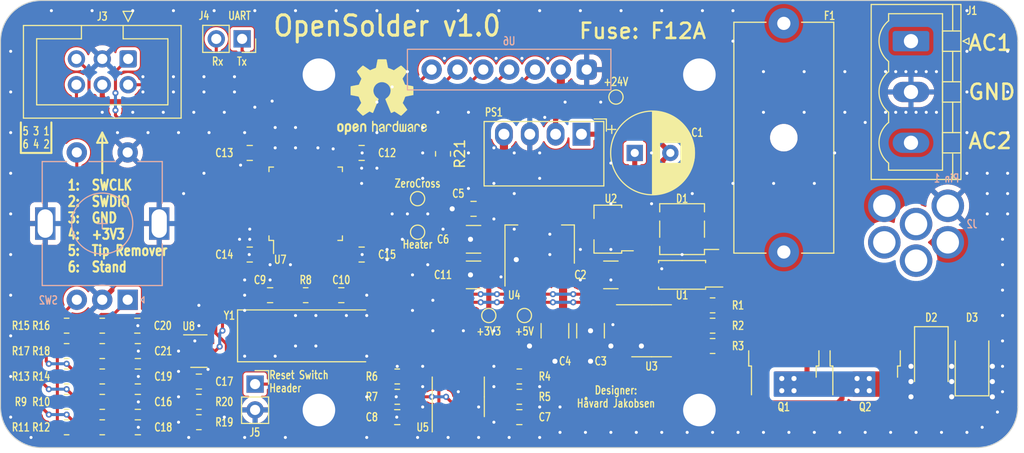
<source format=kicad_pcb>
(kicad_pcb (version 20241229) (generator "pcbnew") (generator_version "9.0")
  (layers (0 "F.Cu" signal) (2 "B.Cu" signal) (13 "F.Paste" user) (15 "B.Paste" user) (5 "F.SilkS" user "F.Silkscreen") (7 "B.SilkS" user "B.Silkscreen") (1 "F.Mask" user) (3 "B.Mask" user) (25 "Edge.Cuts" user))
  (net 0 "")
  (net 1 "Net-(D1--)")
  (net 2 "+3V3")
  (net 3 "GND")
  (net 4 "+5V")
  (net 5 "/MCU/HSE_IN")
  (net 6 "/MCU/ENC_SW")
  (net 7 "/MCU/ENC_A")
  (net 8 "/MCU/ENC_B")
  (net 9 "ZERO_CROSS")
  (net 10 "Net-(D1-+)")
  (net 11 "Net-(C10-Pad1)")
  (net 12 "/MCU/SWCLK")
  (net 13 "/MCU/SWDIO")
  (net 14 "/MCU/SCL")
  (net 15 "/MCU/SDA")
  (net 16 "/MCU/TIP_REMOVER")
  (net 17 "/MCU/STAND")
  (net 18 "TIP_CLAMP")
  (net 19 "/AC/AC2")
  (net 20 "TIP_THERMOCOUPLE")
  (net 21 "/AC/AC1")
  (net 23 "/MCU/HSE_OUT")
  (net 24 "THERMOCOUPLE_ADC")
  (net 25 "HEATER")
  (net 26 "/MCU/SCK")
  (net 27 "/MCU/MOSI")
  (net 28 "/MCU/RES")
  (net 29 "/MCU/DC")
  (net 30 "/MCU/CS")
  (net 33 "/MCU/OS")
  (net 34 "/AC/MOS_Gate")
  (net 35 "/AC/MOS_Source")
  (net 36 "Net-(PS1-+Vin)")
  (net 37 "/MCU/TIP_REMOVER_CONN")
  (net 38 "/MCU/STAND_CONN")
  (net 39 "/MCU/UART_TX")
  (net 40 "Net-(Q1-D)")
  (net 41 "/MCU/UART_RX")
  (net 42 "Net-(R1-Pad2)")
  (net 43 "Net-(U5--)")
  (net 44 "Net-(R13-Pad2)")
  (net 45 "TIP_CHECK")
  (net 46 "Net-(R15-Pad2)")
  (net 49 "Net-(R17-Pad2)")
  (net 50 "/MCU/NRST")
  (footprint "Resistor_SMD:R_0805_2012Metric" (layer "F.Cu") (at 130 107 180)
    (property "Reference" "R8")
    (property "Value" "390")
  )
  (footprint "Capacitor_SMD:C_0805_2012Metric" (layer "F.Cu") (at 139 119 180)
    (property "Reference" "C8")
    (property "Value" "100n")
  )
  (footprint "Capacitor_SMD:C_0805_2012Metric" (layer "F.Cu") (at 113.5 112.5)
    (property "Reference" "C21")
    (property "Value" "10n")
  )
  (footprint "Package_SO:SOP-4_4.4x2.6mm_P1.27mm" (layer "F.Cu") (at 167 105 180)
    (property "Reference" "U1")
    (property "Value" "VOS628A")
  )
  (footprint "Diode_SMD:D_SMA" (layer "F.Cu") (at 195.5 113.5 90)
    (property "Reference" "D3")
    (property "Value" "S1M")
  )
  (footprint "TestPoint:TestPoint_Pad_D1.0mm" (layer "F.Cu") (at 160.5 87.5)
    (property "Reference" "TP2" (hide yes))
    (property "Value" "+24V")
  )
  (footprint "Package_SO:SOIC-8_3.9x4.9mm_P1.27mm" (layer "F.Cu") (at 145 117 90)
    (property "Reference" "U5")
    (property "Value" "MAX4238ASA")
  )
  (footprint "Connector_IDC:IDC-Header_2x03_P2.54mm_Vertical" (layer "F.Cu") (at 112.545 83.7475 -90)
    (property "Reference" "J3")
    (property "Value" "SWD")
  )
  (footprint "Capacitor_SMD:C_0805_2012Metric" (layer "F.Cu") (at 113.45 110)
    (property "Reference" "C20")
    (property "Value" "10n")
  )
  (footprint "Capacitor_SMD:C_0805_2012Metric" (layer "F.Cu") (at 119.5 115.5)
    (property "Reference" "C17")
    (property "Value" "100n")
  )
  (footprint "Capacitor_SMD:C_0805_2012Metric" (layer "F.Cu") (at 135.5 93)
    (property "Reference" "C12")
    (property "Value" "100n")
  )
  (footprint "TestPoint:TestPoint_Pad_D1.0mm" (layer "F.Cu") (at 151.5 109)
    (property "Reference" "TP4" (hide yes))
    (property "Value" "+5V")
  )
  (footprint "Resistor_SMD:R_0805_2012Metric" (layer "F.Cu") (at 119.5 117.5)
    (property "Reference" "R20")
    (property "Value" "3k3")
  )
  (footprint "Connector_PinSocket_2.54mm:PinSocket_1x02_P2.54mm_Vertical" (layer "F.Cu") (at 125.025 115.75)
    (property "Reference" "J5")
    (property "Value" "Reset_Switch")
  )
  (footprint "Capacitor_SMD:C_0805_2012Metric" (layer "F.Cu") (at 113.5 120)
    (property "Reference" "C18")
    (property "Value" "100n")
  )
  (footprint "Capacitor_THT:CP_Radial_D8.0mm_P3.50mm" (layer "F.Cu") (at 162.347349 93)
    (property "Reference" "C1")
    (property "Value" "47u")
  )
  (footprint "Capacitor_SMD:C_0805_2012Metric" (layer "F.Cu") (at 124.5 93 180)
    (property "Reference" "C13")
    (property "Value" "100n")
  )
  (footprint "Package_SO:TSOP-6_1.65x3.05mm_P0.95mm" (layer "F.Cu") (at 119.5 112.5)
    (property "Reference" "U8")
    (property "Value" "PCT2075GV")
  )
  (footprint "Connector_PinSocket_2.54mm:PinSocket_1x02_P2.54mm_Vertical" (layer "F.Cu") (at 123.75 81.775 -90)
    (property "Reference" "J4")
    (property "Value" "UART")
  )
  (footprint "Capacitor_SMD:C_0805_2012Metric" (layer "F.Cu") (at 146.5 98.5 180)
    (property "Reference" "C5")
    (property "Value" "100n")
  )
  (footprint "Resistor_SMD:R_0805_2012Metric" (layer "F.Cu") (at 170 108)
    (property "Reference" "R1")
    (property "Value" "10k")
  )
  (footprint "Resistor_SMD:R_0805_2012Metric" (layer "F.Cu") (at 110 115)
    (property "Reference" "R14")
    (property "Value" "100k")
  )
  (footprint "Resistor_SMD:R_0805_2012Metric" (layer "F.Cu") (at 151 115 180)
    (property "Reference" "R4")
    (property "Value" "10k")
  )
  (footprint "Capacitor_SMD:C_1210_3225Metric" (layer "F.Cu") (at 146.5 101.5 180)
    (property "Reference" "C6")
    (property "Value" "1u")
  )
  (footprint "Resistor_SMD:R_0805_2012Metric" (layer "F.Cu") (at 106.5 112.5)
    (property "Reference" "R17")
    (property "Value" "10k")
  )
  (footprint "0_Howie:PDSE1_DCDC" (layer "F.Cu") (at 157.1075 91.1575 -90)
    (property "Reference" "PS1")
    (property "Value" "PCSA1-S24-S5-S")
  )
  (footprint "Resistor_SMD:R_0805_2012Metric" (layer "F.Cu") (at 151 117)
    (property "Reference" "R5")
    (property "Value" "10k")
  )
  (footprint "Resistor_SMD:R_0805_2012Metric" (layer "F.Cu") (at 139 117 180)
    (property "Reference" "R7")
    (property "Value" "100")
  )
  (footprint "Capacitor_SMD:C_0805_2012Metric" (layer "F.Cu") (at 133.5 107)
    (property "Reference" "C10")
    (property "Value" "20p")
  )
  (footprint "Package_SO:SOIC-8_3.9x4.9mm_P1.27mm" (layer "F.Cu") (at 164 110.5)
    (property "Reference" "U3")
    (property "Value" "Si8751")
  )
  (footprint "TestPoint:TestPoint_Pad_D1.0mm" (layer "F.Cu") (at 148 109)
    (property "Reference" "TP5" (hide yes))
    (property "Value" "+3V3")
  )
  (footprint "Symbol:OSHW-Logo2_9.8x8mm_SilkScreen" (layer "F.Cu") (at 137.5 87.5)
    (property "Reference" "REF**" (hide yes))
    (property "Value" "OSHW-Logo2_9.8x8mm_SilkScreen" (hide yes))
  )
  (footprint "Capacitor_SMD:C_1210_3225Metric" (layer "F.Cu") (at 158 110.5 -90)
    (property "Reference" "C3")
    (property "Value" "1u")
  )
  (footprint "Capacitor_SMD:C_1210_3225Metric" (layer "F.Cu") (at 160 105 180)
    (property "Reference" "C2")
    (property "Value" "1u")
  )
  (footprint "Connector_Phoenix_MSTB:PhoenixContact_MSTBVA_2,5_3-G_1x03_P5.00mm_Vertical" (layer "F.Cu") (at 189.5 82 -90)
    (property "Reference" "J1")
    (property "Value" "AC_Input")
  )
  (footprint "Fuse:Fuseholder_Cylinder-5x20mm_Schurter_0031_8201_Horizontal_Open" (layer "F.Cu") (at 177 80.25 -90)
    (property "Reference" "F1")
    (property "Value" "Fast 12A")
  )
  (footprint "Capacitor_SMD:C_0805_2012Metric" (layer "F.Cu") (at 126.5 107 180)
    (property "Reference" "C9")
    (property "Value" "20p")
  )
  (footprint "Resistor_SMD:R_0805_2012Metric" (layer "F.Cu") (at 106.5 110)
    (property "Reference" "R15")
    (property "Value" "10k")
  )
  (footprint "TestPoint:TestPoint_Pad_D1.0mm" (layer "F.Cu") (at 141 100.8)
    (property "Reference" "TP3" (hide yes))
    (property "Value" "Heater")
  )
  (footprint "Resistor_SMD:R_0805_2012Metric" (layer "F.Cu") (at 143.5 93.0875 -90)
    (property "Reference" "R21")
    (property "Value" "10k")
  )
  (footprint "Resistor_SMD:R_0805_2012Metric" (layer "F.Cu") (at 110 110)
    (property "Reference" "R16")
    (property "Value" "100k")
  )
  (footprint "Resistor_SMD:R_0805_2012Metric" (layer "F.Cu") (at 110 112.5)
    (property "Reference" "R18")
    (property "Value" "100k")
  )
  (footprint "Capacitor_SMD:C_1210_3225Metric" (layer "F.Cu") (at 146.5 105 180)
    (property "Reference" "C11")
    (property "Value" "1u")
  )
  (footprint "Capacitor_SMD:C_0805_2012Metric" (layer "F.Cu") (at 151 119 180)
    (property "Reference" "C7")
    (property "Value" "10n")
  )
  (footprint "TestPoint:TestPoint_Pad_D1.0mm" (layer "F.Cu") (at 141 97.5)
    (property "Reference" "TP1" (hide yes))
    (property "Value" "ZeroCross")
  )
  (footprint "Package_TO_SOT_SMD:SOT-89-3" (layer "F.Cu") (at 160 100.5 180)
    (property "Reference" "U2")
    (property "Value" "L78L24_SOT89")
  )
  (footprint "Capacitor_SMD:C_0805_2012Metric" (layer "F.Cu") (at 135.5 103)
    (property "Reference" "C15")
    (property "Value" "100n")
  )
  (footprint "Resistor_SMD:R_0805_2012Metric" (layer "F.Cu") (at 110 117.5)
    (property "Reference" "R10")
    (property "Value" "100k")
  )
  (footprint "Capacitor_SMD:C_0805_2012Metric" (layer "F.Cu") (at 124.5 103 180)
    (property "Reference" "C14")
    (property "Value" "100n")
  )
  (footprint "Resistor_SMD:R_0805_2012Metric" (layer "F.Cu") (at 170 112)
    (property "Reference" "R3")
    (property "Value" "10k")
  )
  (footprint "Package_TO_SOT_SMD:TO-269AA" (layer "F.Cu") (at 167 100.5 180)
    (property "Reference" "D1")
    (property "Value" "MB6S-TP")
  )
  (footprint "Package_QFP:LQFP-48_7x7mm_P0.5mm" (layer "F.Cu") (at 130 98 90)
    (property "Reference" "U7")
    (property "Value" "STM32F072CBTx")
  )
  (footprint "Package_TO_SOT_SMD:SOT-223" (layer "F.Cu") (at 153 102 90)
    (property "Reference" "U4")
    (property "Value" "AP2111H-3.3")
  )
  (footprint "Resistor_SMD:R_0805_2012Metric" (layer "F.Cu") (at 170 110)
    (property "Reference" "R2")
    (property "Value" "10k")
  )
  (footprint "Capacitor_SMD:C_0805_2012Metric" (layer "F.Cu") (at 113.5 115)
    (property "Reference" "C19")
    (property "Value" "100n")
  )
  (footprint "Resistor_SMD:R_0805_2012Metric" (layer "F.Cu") (at 139 115)
    (property "Reference" "R6")
    (property "Value" "22k")
  )
  (footprint "Resistor_SMD:R_0805_2012Metric" (layer "F.Cu") (at 119.5 119.5)
    (property "Reference" "R19")
    (property "Value" "3k3")
  )
  (footprint "Crystal:Crystal_SMD_HC49-SD" (layer "F.Cu") (at 130 111)
    (property "Reference" "Y1")
    (property "Value" "Crystal_8MHz")
  )
  (footprint "Resistor_SMD:R_0805_2012Metric" (layer "F.Cu") (at 106.5 115)
    (property "Reference" "R13")
    (property "Value" "10k")
  )
  (footprint "Capacitor_SMD:C_1210_3225Metric" (layer "F.Cu") (at 154.5 110.5 -90)
    (property "Reference" "C4")
    (property "Value" "1u")
  )
  (footprint "Package_TO_SOT_SMD:TO-252-2" (layer "F.Cu") (at 185 111.5 90)
    (property "Reference" "Q2")
    (property "Value" "KIA50N06BD")
  )
  (footprint "Capacitor_SMD:C_0805_2012Metric" (layer "F.Cu") (at 113.5 117.5)
    (property "Reference" "C16")
    (property "Value" "100n")
  )
  (footprint "Diode_SMD:D_SMA" (layer "F.Cu") (at 191.5 113.5 -90)
    (property "Reference" "D2")
    (property "Value" "S1M")
  )
  (footprint "Resistor_SMD:R_0805_2012Metric" (layer "F.Cu") (at 106.5 117.5)
    (property "Reference" "R9")
    (property "Value" "10k")
  )
  (footprint "Resistor_SMD:R_0805_2012Metric" (layer "F.Cu") (at 110 120)
    (property "Reference" "R12")
    (property "Value" "100k")
  )
  (footprint "Resistor_SMD:R_0805_2012Metric" (layer "F.Cu") (at 106.5 120)
    (property "Reference" "R11")
    (property "Value" "10k")
  )
  (footprint "Package_TO_SOT_SMD:TO-252-2" (layer "F.Cu") (at 177 111.5 90)
    (property "Reference" "Q1")
    (property "Value" "KIA50N06BD")
  )
  (footprint "0_Howie:OLED_SSD1306_SPI_1.54" (layer "B.Cu") (at 150 100 180)
    (property "Reference" "U6")
    (property "Value" "OLED")
  )
  (footprint "0_Howie:Hirose_RPC1" (layer "B.Cu") (at 190 100 180)
    (property "Reference" "J2")
    (property "Value" "Hirose RPC1-12RB-6P(71)")
  )
  (footprint "0_Howie:RotaryEncoder_PEC11R_PEC12R" (layer "B.Cu") (at 112.5 107.45 90)
    (property "Reference" "SW2")
    (property "Value" "PEC11R-4220F-S0024")
  )
  (gr_line (start 110 91) (end 109.5 92) (stroke (width 0.2)) (layer "F.SilkS"))
  (gr_line (start 110 91) (end 110 95) (stroke (width 0.2)) (layer "F.SilkS"))
  (gr_line (start 110.5 92) (end 110 91) (stroke (width 0.2)) (layer "F.SilkS"))
  (gr_line (start 102 90) (end 102 93) (stroke (width 0.2)) (layer "F.SilkS"))
  (gr_line (start 102 93) (end 105 93) (stroke (width 0.2)) (layer "F.SilkS"))
  (gr_line (start 109.5 92) (end 110.5 92) (stroke (width 0.2)) (layer "F.SilkS"))
  (gr_line (start 105 93) (end 105 90) (stroke (width 0.2)) (layer "F.SilkS"))
  (gr_arc (start 104 122) (mid 101.171573 120.828427) (end 100 118) (stroke (width 0.1)) (layer "Edge.Cuts"))
  (gr_line (start 100 118) (end 100 82) (stroke (width 0.1)) (layer "Edge.Cuts"))
  (gr_line (start 200 118) (end 200 82) (stroke (width 0.1)) (layer "Edge.Cuts"))
  (gr_arc (start 100 82) (mid 101.171573 79.171573) (end 104 78) (stroke (width 0.1)) (layer "Edge.Cuts"))
  (gr_arc (start 196 78) (mid 198.828427 79.171573) (end 200 82) (stroke (width 0.1)) (layer "Edge.Cuts"))
  (gr_arc (start 200 118) (mid 198.828427 120.828427) (end 196 122) (stroke (width 0.1)) (layer "Edge.Cuts"))
  (gr_line (start 196 122) (end 104 122) (stroke (width 0.1)) (layer "Edge.Cuts"))
  (gr_line (start 196 78) (end 104 78) (stroke (width 0.1)) (layer "Edge.Cuts"))
  (gr_text "Reset Switch\nHeader" (at 126.355 115.5 0) (layer "F.SilkS") (effects (font (size 0.8 0.6) (thickness 0.125)) (justify left)))
  (gr_text "AC1\n\nGND\n\nAC2" (at 195 87 0) (layer "F.SilkS") (effects (font (size 1.5 1.5) (thickness 0.25)) (justify left)))
  (gr_text "Designer:\nHåvard Jakobsen" (at 160.5 117 0) (layer "F.SilkS") (effects (font (size 0.8 0.6) (thickness 0.125))))
  (gr_text "1:  SWCLK\n2:  SWDIO\n3:  GND\n4:  +3V3\n5:  Tip Remover\n6:  Stand\n\n" (at 106.5 101 0) (layer "F.SilkS") (effects (font (size 1 0.8) (thickness 0.2)) (justify left)))
  (gr_text "OpenSolder v1.0" (at 138 80.5 0) (layer "F.SilkS") (effects (font (size 2 1.8) (thickness 0.3))))
  (gr_text "Fuse: F12A" (at 169.5 81 0) (layer "F.SilkS") (effects (font (size 1.5 1.5) (thickness 0.25)) (justify right)))
  (gr_text "UART" (at 123.5 79.5 0) (layer "F.SilkS") (effects (font (size 0.8 0.6) (thickness 0.125))))
  (gr_text "Rx   Tx" (at 122.5 84 0) (layer "F.SilkS") (effects (font (size 0.8 0.6) (thickness 0.125))))
  (gr_text "5 3 1\n6 4 2" (at 103.5 91.5 0) (layer "F.SilkS") (effects (font (size 0.8 0.6) (thickness 0.125))))
  (segment (start 165.1 93.747349) (end 165.1 99.85) (width 0.5) (layer "F.Cu") (net 1))
  (segment (start 161.5625 100.5) (end 163.4 100.5) (width 0.5) (layer "F.Cu") (net 1))
  (segment (start 164.004849 91.1575) (end 165.847349 93) (width 0.5) (layer "F.Cu") (net 1))
  (segment (start 163.925 101.025) (end 163.925 101.77) (width 0.5) (layer "F.Cu") (net 1))
  (segment (start 159 100.5) (end 158.525 100.975) (width 0.5) (layer "F.Cu") (net 1))
  (segment (start 157.1075 91.1575) (end 164.004849 91.1575) (width 0.5) (layer "F.Cu") (net 1))
  (segment (start 161.5625 100.5) (end 159 100.5) (width 0.5) (layer "F.Cu") (net 1))
  (segment (start 158.525 100.975) (end 158.525 105) (width 0.5) (layer "F.Cu") (net 1))
  (segment (start 163.4 100.5) (end 163.925 101.025) (width 0.5) (layer "F.Cu") (net 1))
  (segment (start 165.847349 93) (end 165.1 93.747349) (width 0.5) (layer "F.Cu") (net 1))
  (segment (start 165.1 99.85) (end 163.925 101.025) (width 0.5) (layer "F.Cu") (net 1))
  (segment (start 139.95 119) (end 141.5 119) (width 0.3) (layer "F.Cu") (net 2))
  (segment (start 118.5875 119.5) (end 118.5875 119.7875) (width 0.3) (layer "F.Cu") (net 2))
  (segment (start 148 105.025) (end 147.975 105) (width 0.5) (layer "F.Cu") (net 2))
  (segment (start 134.7 101.6) (end 133.6 101.6) (width 0.5) (layer "F.Cu") (net 2))
  (segment (start 118.55 115.5) (end 118.55 117.4625) (width 0.3) (layer "F.Cu") (net 2))
  (segment (start 127.25 101.45) (end 126.9 101.1) (width 0.3) (layer "F.Cu") (net 2))
  (segment (start 147.45 90.05) (end 147.45 98.5) (width 0.8) (layer "F.Cu") (net 2))
  (segment (start 139.95 119) (end 139.95 119.85) (width 0.3) (layer "F.Cu") (net 2))
  (segment (start 127.25 93.8375) (end 127.25 94.45) (width 0.3) (layer "F.Cu") (net 2))
  (segment (start 127.25 94.45) (end 126.9 94.8) (width 0.3) (layer "F.Cu") (net 2))
  (segment (start 152 101.5) (end 149.8 101.5) (width 0.8) (layer "F.Cu") (net 2))
  (segment (start 160.105 108.595) (end 161.525 108.595) (width 0.5) (layer "F.Cu") (net 2))
  (segment (start 137.1 119.8) (end 137.1 106.9) (width 0.3) (layer "F.Cu") (net 2))
  (segment (start 149.4 109) (end 150.9 110.5) (width 0.5) (layer "F.Cu") (net 2))
  (segment (start 145.325 92.175) (end 147.45 90.05) (width 0.3) (layer "F.Cu") (net 2))
  (segment (start 141.975 119.475) (end 143.095 119.475) (width 0.3) (layer "F.Cu") (net 2))
  (segment (start 134.55 93) (end 134.55 93.55) (width 0.5) (layer "F.Cu") (net 2))
  (segment (start 148 109) (end 142.7 109) (width 0.5) (layer "F.Cu") (net 2))
  (segment (start 127.25 93.8375) (end 127.25 95.15) (width 0.3) (layer "F.Cu") (net 2))
  (segment (start 153 105.15) (end 153 102.5) (width 0.8) (layer "F.Cu") (net 2))
  (segment (start 144.365 115.135) (end 144.365 114.525) (width 0.3) (layer "F.Cu") (net 2))
  (segment (start 134.7 101.6) (end 134.55 101.75) (width 0.5) (layer "F.Cu") (net 2))
  (segment (start 118.5875 119.5) (end 118.5875 117.5) (width 0.3) (layer "F.Cu") (net 2))
  (segment (start 143.5 92.175) (end 145.325 92.175) (width 0.3) (layer "F.Cu") (net 2))
  (segment (start 155.08 86.32) (end 152.4 89) (width 0.8) (layer "F.Cu") (net 2))
  (segment (start 134.55 93.55) (end 133.2 94.9) (width 0.5) (layer "F.Cu") (net 2))
  (segment (start 142.7 109) (end 141.5 107.8) (width 0.5) (layer "F.Cu") (net 2))
  (segment (start 152.4 89) (end 148.5 89) (width 0.8) (layer "F.Cu") (net 2))
  (segment (start 105.5875 112.5) (end 105.5875 115) (width 0.3) (layer "F.Cu") (net 2))
  (segment (start 157.375 109.025) (end 158 109.025) (width 0.5) (layer "F.Cu") (net 2))
  (segment (start 127.25 102.1625) (end 127.25 101.45) (width 0.3) (layer "F.Cu") (net 2))
  (segment (start 150.9 110.5) (end 155.9 110.5) (width 0.5) (layer "F.Cu") (net 2))
  (segment (start 127.25 102.1625) (end 127.25 100.75) (width 0.3) (layer "F.Cu") (net 2))
  (segment (start 135.9 105.7) (end 131.8 105.7) (width 0.3) (layer "F.Cu") (net 2))
  (segment (start 110.005 86.2875) (end 110.005 87.505) (width 0.5) (layer "F.Cu") (net 2))
  (segment (start 138.4 101.6) (end 134.7 101.6) (width 0.5) (layer "F.Cu") (net 2))
  (segment (start 119.8 121) (end 121.7 121) (width 0.3) (layer "F.Cu") (net 2))
  (segment (start 122.8 119.9) (end 122.8 105.3) (width 0.3) (layer "F.Cu") (net 2))
  (segment (start 118.34 113.45) (end 118.34 114.14) (width 0.3) (layer "F.Cu") (net 2))
  (segment (start 147.975 101.5) (end 147.975 100.475) (width 0.8) (layer "F.Cu") (net 2))
  (segment (start 125.45 90.35) (end 125.45 93) (width 0.5) (layer "F.Cu") (net 2))
  (segment (start 126.55 100.75) (end 126.9 101.1) (width 0.3) (layer "F.Cu") (net 2))
  (segment (start 148 109) (end 149.4 109) (width 0.5) (layer "F.Cu") (net 2))
  (segment (start 148 109) (end 148 105.025) (width 0.5) (layer "F.Cu") (net 2))
  (segment (start 118.55 114.35) (end 118.55 115.5) (width 0.3) (layer "F.Cu") (net 2))
  (segment (start 155.9 110.5) (end 157.375 109.025) (width 0.5) (layer "F.Cu") (net 2))
  (segment (start 147.975 101.5) (end 147.975 105) (width 0.8) (layer "F.Cu") (net 2))
  (segment (start 139.6 120.2) (end 137.5 120.2) (width 0.3) (layer "F.Cu") (net 2))
  (segment (start 143.095 119.475) (end 143.095 116.405) (width 0.3) (layer "F.Cu") (net 2))
  (segment (start 131.8 105.7) (end 131.25 105.15) (width 0.3) (layer "F.Cu") (net 2))
  (segment (start 134.55 101.75) (end 134.55 103) (width 0.5) (layer "F.Cu") (net 2))
  (segment (start 125.45 93.35) (end 126.9 94.8) (width 0.5) (layer "F.Cu") (net 2))
  (segment (start 137.1 106.9) (end 135.9 105.7) (width 0.3) (layer "F.Cu") (net 2))
  (segment (start 133.55 95.25) (end 133.2 94.9) (width 0.3) (layer "F.Cu") (net 2))
  (segment (start 133.2 94.9) (end 132.7 95.4) (width 0.5) (layer "F.Cu") (net 2))
  (segment (start 118.5875 119.7875) (end 119.8 121) (width 0.3) (layer "F.Cu") (net 2))
  (segment (start 118.55 117.4625) (end 118.5875 117.5) (width 0.3) (layer "F.Cu") (net 2))
  (segment (start 122.8 105.3) (end 123.6 104.5) (width 0.3) (layer "F.Cu") (net 2))
  (segment (start 118.34 114.14) (end 118.55 114.35) (width 0.3) (layer "F.Cu") (net 2))
  (segment (start 141.5 107.8) (end 141.5 104.7) (width 0.5) (layer "F.Cu") (net 2))
  (segment (start 110.450489 87.950489) (end 123.050489 87.950489) (width 0.5) (layer "F.Cu") (net 2))
  (segment (start 143.095 116.405) (end 144.365 115.135) (width 0.3) (layer "F.Cu") (net 2))
  (segment (start 131.25 100.35) (end 131.7 99.9) (width 0.3) (layer "F.Cu") (net 2))
  (segment (start 105.5875 115) (end 105.5875 117.5) (width 0.3) (layer "F.Cu") (net 2))
  (segment (start 125.45 102.55) (end 126.9 101.1) (width 0.5) (layer "F.Cu") (net 2))
  (segment (start 125.45 103) (end 125.45 102.55) (width 0.5) (layer "F.Cu") (net 2))
  (segment (start 125.45 93) (end 125.45 93.35) (width 0.5) (layer "F.Cu") (net 2))
  (segment (start 105.5875 120) (end 105.5875 120.19375) (width 0.3) (layer "F.Cu") (net 2))
  (segment (start 105.5875 120) (end 105.5875 117.5) (width 0.3) (layer "F.Cu") (net 2))
  (segment (start 141.5 104.7) (end 138.4 101.6) (width 0.5) (layer "F.Cu") (net 2))
  (segment (start 147.45 99.95) (end 147.45 98.5) (width 0.8) (layer "F.Cu") (net 2))
  (segment (start 125.45 104.05) (end 125.45 103) (width 0.3) (layer "F.Cu") (net 2))
  (segment (start 139.95 119.85) (end 139.6 120.2) (width 0.3) (layer "F.Cu") (net 2))
  (segment (start 137.5 120.2) (end 137.1 119.8) (width 0.3) (layer "F.Cu") (net 2))
  (segment (start 134.1625 95.25) (end 133.55 95.25) (width 0.3) (layer "F.Cu") (net 2))
  (segment (start 117 121.3) (end 118.5875 119.7125) (width 0.3) (layer "F.Cu") (net 2))
  (segment (start 125.8375 100.75) (end 126.55 100.75) (width 0.3) (layer "F.Cu") (net 2))
  (segment (start 155.08 84.8) (end 155.08 86.32) (width 0.8) (layer "F.Cu") (net 2))
  (segment (start 153 102.5) (end 152 101.5) (width 0.8) (layer "F.Cu") (net 2))
  (segment (start 141.5 119) (end 141.975 119.475) (width 0.3) (layer "F.Cu") (net 2))
  (segment (start 131.9 99.9) (end 133.6 101.6) (width 0.3) (layer "F.Cu") (net 2))
  (segment (start 131.7 99.9) (end 131.9 99.9) (width 0.3) (layer "F.Cu") (net 2))
  (segment (start 121.7 121) (end 122.8 119.9) (width 0.3) (layer "F.Cu") (net 2))
  (segment (start 134.1625 95.25) (end 132.85 95.25) (width 0.3) (layer "F.Cu") (net 2))
  (segment (start 126.9 94.8) (end 127.4 95.3) (width 0.5) (layer "F.Cu") (net 2))
  (segment (start 105.5875 110) (end 105.5875 112.5) (width 0.3) (layer "F.Cu") (net 2))
  (segment (start 125.8375 100.75) (end 127.25 100.75) (width 0.3) (layer "F.Cu") (net 2))
  (segment (start 132.85 95.25) (end 132.7 95.4) (width 0.3) (layer "F.Cu") (net 2))
  (segment (start 148.5 89) (end 147.45 90.05) (width 0.8) (layer "F.Cu") (net 2))
  (segment (start 127.25 100.75) (end 127.4 100.6) (width 0.3) (layer "F.Cu") (net 2))
  (segment (start 131.25 102.1625) (end 131.25 100.35) (width 0.3) (layer "F.Cu") (net 2))
  (segment (start 147.975 100.475) (end 147.45 99.95) (width 0.8) (layer "F.Cu") (net 2))
  (segment (start 110.005 87.505) (end 110.450489 87.950489) (width 0.5) (layer "F.Cu") (net 2))
  (segment (start 126.9 101.1) (end 127.4 100.6) (width 0.5) (layer "F.Cu") (net 2))
  (segment (start 105.5875 120.19375) (end 106.69375 121.3) (width 0.3) (layer "F.Cu") (net 2))
  (segment (start 123.6 104.5) (end 125 104.5) (width 0.3) (layer "F.Cu") (net 2))
  (segment (start 106.69375 121.3) (end 117 121.3) (width 0.3) (layer "F.Cu") (net 2))
  (segment (start 123.050489 87.950489) (end 125.45 90.35) (width 0.5) (layer "F.Cu") (net 2))
  (segment (start 159.675 109.025) (end 160.105 108.595) (width 0.5) (layer "F.Cu") (net 2))
  (segment (start 149.8 101.5) (end 147.975 101.5) (width 0.8) (layer "F.Cu") (net 2))
  (segment (start 118.5875 119.7125) (end 118.5875 119.5) (width 0.3) (layer "F.Cu") (net 2))
  (segment (start 125 104.5) (end 125.45 104.05) (width 0.3) (layer "F.Cu") (net 2))
  (segment (start 127.25 95.15) (end 127.4 95.3) (width 0.3) (layer "F.Cu") (net 2))
  (segment (start 131.25 105.15) (end 131.25 102.1625) (width 0.3) (layer "F.Cu") (net 2))
  (segment (start 158 109.025) (end 159.675 109.025) (width 0.5) (layer "F.Cu") (net 2))
  (segment (start 135.25 95.75) (end 135.5 96) (width 0.3) (layer "F.Cu") (net 3))
  (segment (start 134.1625 95.75) (end 135.25 95.75) (width 0.3) (layer "F.Cu") (net 3))
  (segment (start 114.45 120) (end 113.5495 120) (width 0.3) (layer "F.Cu") (net 3))
  (segment (start 145.025 105) (end 146.2 105) (width 0.8) (layer "F.Cu") (net 3))
  (segment (start 118.34 111.55) (end 118.34 112.5) (width 0.3) (layer "F.Cu") (net 3))
  (segment (start 126.75 98.75) (end 126.92452 98.92452) (width 0.3) (layer "F.Cu") (net 3))
  (segment (start 132.75 92.65) (end 132.75 93.8375) (width 0.3) (layer "F.Cu") (net 3))
  (segment (start 127.75 102.1625) (end 128.25 102.1625) (width 0.3) (layer "F.Cu") (net 3))
  (segment (start 114.45 115) (end 113.5495 115) (width 0.3) (layer "F.Cu") (net 3))
  (segment (start 133.07548 99.000841) (end 133.324639 99.25) (width 0.3) (layer "F.Cu") (net 3))
  (segment (start 130.75 93.8375) (end 131.25 93.8375) (width 0.3) (layer "F.Cu") (net 3))
  (segment (start 128.75 93.8375) (end 129.25 93.8375) (width 0.3) (layer "F.Cu") (net 3))
  (segment (start 126.92452 98.92452) (end 126.92452 100.000841) (width 0.3) (layer "F.Cu") (net 3))
  (segment (start 134.1625 96.75) (end 134.1625 96.25) (width 0.3) (layer "F.Cu") (net 3))
  (segment (start 120.45 115.5) (end 120.45 114.35) (width 0.3) (layer "F.Cu") (net 3))
  (segment (start 145.55 98.5) (end 144.4 98.5) (width 0.8) (layer "F.Cu") (net 3))
  (segment (start 128.25 102.1625) (end 128.75 102.1625) (width 0.3) (layer "F.Cu") (net 3))
  (segment (start 130.52596 101.07548) (end 130.75 101.29952) (width 0.3) (layer "F.Cu") (net 3))
  (segment (start 127.4 92.5) (end 127.75 92.85) (width 0.3) (layer "F.Cu") (net 3))
  (segment (start 135.25 96.25) (end 134.1625 96.25) (width 0.3) (layer "F.Cu") (net 3))
  (segment (start 130.75 101.29952) (end 130.75 102.1625) (width 0.3) (layer "F.Cu") (net 3))
  (segment (start 128.999159 101.07548) (end 130.52596 101.07548) (width 0.3) (layer "F.Cu") (net 3))
  (segment (start 128.75 102.1625) (end 128.75 101.324639) (width 0.3) (layer "F.Cu") (net 3))
  (segment (start 134.1625 95.75) (end 134.1625 96.25) (width 0.3) (layer "F.Cu") (net 3))
  (segment (start 123.55 93) (end 123.55 94.15) (width 0.3) (layer "F.Cu") (net 3))
  (segment (start 128.75 92.75) (end 129 92.5) (width 0.3) (layer "F.Cu") (net 3))
  (segment (start 135.5 96.5) (end 135.5 96) (width 0.3) (layer "F.Cu") (net 3))
  (segment (start 127.75 92.85) (end 127.75 93.8375) (width 0.3) (layer "F.Cu") (net 3))
  (segment (start 119.1 111.5) (end 118.39 111.5) (width 0.3) (layer "F.Cu") (net 3))
  (segment (start 164.965 104.365) (end 163.8125 104.365) (width 0.3) (layer "F.Cu") (net 3))
  (segment (start 133.07548 96.999159) (end 133.07548 99.000841) (width 0.3) (layer "F.Cu") (net 3))
  (segment (start 114.4 110) (end 113.5 110) (width 0.3) (layer "F.Cu") (net 3))
  (segment (start 135.5495 93) (end 136.45 93) (width 0.3) (layer "F.Cu") (net 3))
  (segment (start 120.45 114.35) (end 120.4 114.3) (width 0.3) (layer "F.Cu") (net 3))
  (segment (start 123.55 103) (end 124.4505 103) (width 0.3) (layer "F.Cu") (net 3))
  (segment (start 129.25 93.8375) (end 129.25 92.75) (width 0.3) (layer "F.Cu") (net 3))
  (segment (start 131.25 92.55) (end 131.25 93.8375) (width 0.3) (layer "F.Cu") (net 3))
  (segment (start 150.7 105.15) (end 150.7 103.5) (width 0.8) (layer "F.Cu") (net 3))
  (segment (start 145.025 101.5) (end 146.2 101.5) (width 0.8) (layer "F.Cu") (net 3))
  (segment (start 128.75 93.8375) (end 128.75 92.75) (width 0.3) (layer "F.Cu") (net 3))
  (segment (start 135.5 96) (end 135.25 96.25) (width 0.3) (layer "F.Cu") (net 3))
  (segment (start 114.45 112.5) (end 113.5495 112.5) (width 0.3) (layer "F.Cu") (net 3))
  (segment (start 138.9505 119) (end 138.05 119) (width 0.3) (layer "F.Cu") (net 3))
  (segment (start 128.75 101.324639) (end 128.999159 101.07548) (width 0.3) (layer "F.Cu") (net 3))
  (segment (start 123.55 94.15) (end 123.6 94.2) (width 0.3) (layer "F.Cu") (net 3))
  (segment (start 126.675361 100.25) (end 125.8375 100.25) (width 0.3) (layer "F.Cu") (net 3))
  (segment (start 134.1625 96.75) (end 135.25 96.75) (width 0.3) (layer "F.Cu") (net 3))
  (segment (start 124.75 100.25) (end 124.5 100.5) (width 0.3) (layer "F.Cu") (net 3))
  (segment (start 138.0875 117) (end 138.9005 117) (width 0.3) (layer "F.Cu") (net 3))
  (segment (start 126.92452 100.000841) (end 126.675361 100.25) (width 0.3) (layer "F.Cu") (net 3))
  (segment (start 118.34 112.5) (end 117.5 112.5) (width 0.3) (layer "F.Cu") (net 3))
  (segment (start 127 92.5) (end 127.4 92.5) (width 0.3) (layer "F.Cu") (net 3))
  (segment (start 132.25 93.8375) (end 131.75 93.8375) (width 0.3) (layer "F.Cu") (net 3))
  (segment (start 131.2 92.5) (end 131.25 92.55) (width 0.3) (layer "F.Cu") (net 3))
  (segment (start 165 104.4) (end 164.965 104.365) (width 0.3) (layer "F.Cu") (net 3))
  (segment (start 133.324639 96.75) (end 133.07548 96.999159) (width 0.3) (layer "F.Cu") (net 3))
  (segment (start 134.1625 96.75) (end 133.324639 96.75) (width 0.3) (layer "F.Cu") (net 3))
  (segment (start 135.25 96.75) (end 135.5 96.5) (width 0.3) (layer "F.Cu") (net 3))
  (segment (start 160.235 109.865) (end 161.525 109.865) (width 0.3) (layer "F.Cu") (net 3))
  (segment (start 132.7 92.6) (end 132.75 92.65) (width 0.3) (layer "F.Cu") (net 3))
  (segment (start 133.324639 99.25) (end 134.1625 99.25) (width 0.3) (layer "F.Cu") (net 3))
  (segment (start 118.39 111.5) (end 118.34 111.55) (width 0.3) (layer "F.Cu") (net 3))
  (segment (start 160.2 109.9) (end 160.235 109.865) (width 0.3) (layer "F.Cu") (net 3))
  (segment (start 136.45 103) (end 135.5495 103) (width 0.3) (layer "F.Cu") (net 3))
  (segment (start 114.45 117.5) (end 113.5495 117.5) (width 0.3) (layer "F.Cu") (net 3))
  (segment (start 131.25 93.8375) (end 131.75 93.8375) (width 0.3) (layer "F.Cu") (net 3))
  (segment (start 125.8375 100.25) (end 124.75 100.25) (width 0.3) (layer "F.Cu") (net 3))
  (segment (start 125.8375 98.75) (end 126.75 98.75) (width 0.3) (layer "F.Cu") (net 3))
  (segment (start 132.75 93.8375) (end 132.25 93.8375) (width 0.3) (layer "F.Cu") (net 3))
  (segment (start 129.25 92.75) (end 129 92.5) (width 0.3) (layer "F.Cu") (net 3))
  (via (at 145.5 110.5) (size 0.6) (drill 0.3) (layers "F.Cu" "B.Cu") (net 3))
  (via (at 145 79) (size 0.6) (drill 0.3) (layers "F.Cu" "B.Cu") (net 3))
  (via (at 124 121) (size 0.6) (drill 0.3) (layers "F.Cu" "B.Cu") (net 3))
  (via (at 117 85.5) (size 0.6) (drill 0.3) (layers "F.Cu" "B.Cu") (net 3))
  (via (at 117.5 114.5) (size 0.6) (drill 0.3) (layers "F.Cu" "B.Cu") (net 3))
  (via (at 150.7 103.5) (size 1) (drill 0.5) (layers "F.Cu" "B.Cu") (net 3))
  (via (at 138.5 86.5) (size 0.6) (drill 0.3) (layers "F.Cu" "B.Cu") (net 3))
  (via (at 138 103.5) (size 0.6) (drill 0.3) (layers "F.Cu" "B.Cu") (net 3))
  (via (at 146 93) (size 0.6) (drill 0.3) (layers "F.Cu" "B.Cu") (net 3))
  (via (at 137 91) (size 0.6) (drill 0.3) (layers "F.Cu" "B.Cu") (net 3))
  (via (at 148.5 96) (size 0.6) (drill 0.3) (layers "F.Cu" "B.Cu") (net 3))
  (via (at 114 85.5) (size 0.6) (drill 0.3) (layers "F.Cu" "B.Cu") (net 3))
  (via (at 123.6 94.2) (size 0.6) (drill 0.3) (layers "F.Cu" "B.Cu") (net 3))
  (via (at 135.5495 103) (size 0.6) (drill 0.3) (layers "F.Cu" "B.Cu") (net 3))
  (via (at 195 95) (size 0.6) (drill 0.3) (layers "F.Cu" "B.Cu") (net 3))
  (via (at 150.5 97) (size 0.6) (drill 0.3) (layers "F.Cu" "B.Cu") (net 3))
  (via (at 152 112) (size 1) (drill 0.5) (layers "F.Cu" "B.Cu") (net 3))
  (via (at 175 89) (size 0.6) (drill 0.3) (layers "F.Cu" "B.Cu") (net 3))
  (via (at 164 93) (size 0.6) (drill 0.3) (layers "F.Cu" "B.Cu") (net 3))
  (via (at 198.5 106.5) (size 0.6) (drill 0.3) (layers "F.Cu" "B.Cu") (net 3))
  (via (at 127 90.5) (size 0.6) (drill 0.3) (layers "F.Cu" "B.Cu") (net 3))
  (via (at 193.5 117) (size 1) (drill 0.5) (layers "F.Cu" "B.Cu") (net 3))
  (via (at 123.5 101.5) (size 0.6) (drill 0.3) (layers "F.Cu" "B.Cu") (net 3))
  (via (at 141.5 114) (size 0.6) (drill 0.3) (layers "F.Cu" "B.Cu") (net 3))
  (via (at 120 85.5) (size 0.6) (drill 0.3) (layers "F.Cu" "B.Cu") (net 3))
  (via (at 113.5495 120) (size 0.6) (drill 0.3) (layers "F.Cu" "B.Cu") (net 3))
  (via (at 140.5 105) (size 0.6) (drill 0.3) (layers "F.Cu" "B.Cu") (net 3))
  (via (at 142.5 107.5) (size 0.6) (drill 0.3) (layers "F.Cu" "B.Cu") (net 3))
  (via (at 113.5495 112.5) (size 0.6) (drill 0.3) (layers "F.Cu" "B.Cu") (net 3))
  (via (at 124 108.5) (size 0.6) (drill 0.3) (layers "F.Cu" "B.Cu") (net 3))
  (via (at 179 85) (size 0.6) (drill 0.3) (layers "F.Cu" "B.Cu") (net 3))
  (via (at 199 95) (size 0.6) (drill 0.3) (layers "F.Cu" "B.Cu") (net 3))
  (via (at 143 89) (size 0.6) (drill 0.3) (layers "F.Cu" "B.Cu") (net 3))
  (via (at 163 112) (size 1) (drill 0.5) (layers "F.Cu" "B.Cu") (net 3))
  (via (at 119 89) (size 0.6) (drill 0.3) (layers "F.Cu" "B.Cu") (net 3))
  (via (at 135.5 96) (size 0.6) (drill 0.3) (layers "F.Cu" "B.Cu") (net 3))
  (via (at 137 79) (size 0.6) (drill 0.3) (layers "F.Cu" "B.Cu") (net 3))
  (via (at 155.5 88) (size 0.6) (drill 0.3) (layers "F.Cu" "B.Cu") (net 3))
  (via (at 141.5 90.5) (size 0.6) (drill 0.3) (layers "F.Cu" "B.Cu") (net 3))
  (via (at 113 89) (size 0.6) (drill 0.3) (layers "F.Cu" "B.Cu") (net 3))
  (via (at 141.5 118) (size 0.6) (drill 0.3) (layers "F.Cu" "B.Cu") (net 3))
  (via (at 109 79) (size 0.6) (drill 0.3) (layers "F.Cu" "B.Cu") (net 3))
  (via (at 141.5 93) (size 0.6) (drill 0.3) (layers "F.Cu" "B.Cu") (net 3))
  (via (at 189 89) (size 0.6) (drill 0.3) (layers "F.Cu" "B.Cu") (net 3))
  (via (at 168 97) (size 0.6) (drill 0.3) (layers "F.Cu" "B.Cu") (net 3))
  (via (at 105 79) (size 0.6) (drill 0.3) (layers "F.Cu" "B.Cu") (net 3))
  (via (at 142.5 110.5) (size 0.6) (drill 0.3) (layers "F.Cu" "B.Cu") (net 3))
  (via (at 198 118.5) (size 0.6) (drill 0.3) (layers "F.Cu" "B.Cu") (net 3))
  (via (at 135.5 94.5) (size 0.6) (drill 0.3) (layers "F.Cu" "B.Cu") (net 3))
  (via (at 191 85) (size 0.6) (drill 0.3) (layers "F.Cu" "B.Cu") (net 3))
  (via (at 124 105.5) (size 0.6) (drill 0.3) (layers "F.Cu" "B.Cu") (net 3))
  (via (at 123 87) (size 0.6) (drill 0.3) (layers "F.Cu" "B.Cu") (net 3))
  (via (at 197.5 117) (size 1) (drill 0.5) (layers "F.Cu" "B.Cu") (net 3))
  (via (at 155 118) (size 0.6) (drill 0.3) (layers "F.Cu" "B.Cu") (net 3))
  (via (at 114.5 91) (size 0.6) (drill 0.3) (layers "F.Cu" "B.Cu") (net 3))
  (via (at 195 87) (size 0.6) (drill 0.3) (layers "F.Cu" "B.Cu") (net 3))
  (via (at 198.5 116.5) (size 0.6) (drill 0.3) (layers "F.Cu" "B.Cu") (net 3))
  (via (at 101 87) (size 0.6) (drill 0.3) (layers "F.Cu" "B.Cu") (net 3))
  (via (at 148.5 110.5) (size 0.6) (drill 0.3) (layers "F.Cu" "B.Cu") (net 3))
  (via (at 119.1 111.5) (size 0.6) (drill 0.3) (layers "F.Cu" "B.Cu") (net 3))
  (via (at 134 109) (size 0.6) (drill 0.3) (layers "F.Cu" "B.Cu") (net 3))
  (via (at 148.5 114) (size 0.6) (drill 0.3) (layers "F.Cu" "B.Cu") (net 3))
  (via (at 118.5 121) (size 0.6) (drill 0.3) (layers "F.Cu" "B.Cu") (net 3))
  (via (at 192 89) (size 0.6) (drill 0.3) (layers "F.Cu" "B.Cu") (net 3))
  (via (at 101 99) (size 0.6) (drill 0.3) (layers "F.Cu" "B.Cu") (net 3))
  (via (at 148.5 92.5) (size 0.6) (drill 0.3) (layers "F.Cu" "B.Cu") (net 3))
  (via (at 175 85) (size 0.6) (drill 0.3) (layers "F.Cu" "B.Cu") (net 3))
  (via (at 195 91) (size 0.6) (drill 0.3) (layers "F.Cu" "B.Cu") (net 3))
  (via (at 147 118) (size 0.6) (drill 0.3) (layers "F.Cu" "B.Cu") (net 3))
  (via (at 129 109) (size 0.6) (drill 0.3) (layers "F.Cu" "B.Cu") (net 3))
  (via (at 136 107) (size 0.6) (drill 0.3) (layers "F.Cu" "B.Cu") (net 3))
  (via (at 111.5 91) (size 0.6) (drill 0.3) (layers "F.Cu" "B.Cu") (net 3))
  (via (at 198.5 101.5) (size 0.6) (drill 0.3) (layers "F.Cu" "B.Cu") (net 3))
  (via (at 153.797 83.693) (size 0.6) (drill 0.3) (layers "F.Cu" "B.Cu") (net 3))
  (via (at 185 120.5) (size 0.6) (drill 0.3) (layers "F.Cu" "B.Cu") (net 3))
  (via (at 141 121) (size 0.6) (drill 0.3) (layers "F.Cu" "B.Cu") (net 3))
  (via (at 198.5 111.5) (size 0.6) (drill 0.3) (layers "F.Cu" "B.Cu") (net 3))
  (via (at 101 107) (size 0.6) (drill 0.3) (layers "F.Cu" "B.Cu") (net 3))
  (via (at 146.177 83.693) (size 0.6) (drill 0.3) (layers "F.Cu" "B.Cu") (net 3))
  (via (at 148.717 83.693) (size 0.6) (drill 0.3) (layers "F.Cu" "B.Cu") (net 3))
  (via (at 101 111) (size 0.6) (drill 0.3) (layers "F.Cu" "B.Cu") (net 3))
  (via (at 192 85) (size 0.6) (drill 0.3) (layers "F.Cu" "B.Cu") (net 3))
  (via (at 132.7 92.6) (size 0.6) (drill 0.3) (layers "F.Cu" "B.Cu") (net 3))
  (via (at 199 91) (size 0.6) (drill 0.3) (layers "F.Cu" "B.Cu") (net 3))
  (via (at 183 85) (size 0.6) (drill 0.3) (layers "F.Cu" "B.Cu") (net 3))
  (via (at 199 99) (size 0.6) (drill 0.3) (layers "F.Cu" "B.Cu") (net 3))
  (via (at 159 88) (size 0.6) (drill 0.3) (layers "F.Cu" "B.Cu") (net 3))
  (via (at 113.5495 117.5) (size 0.6) (drill 0.3) (layers "F.Cu" "B.Cu") (net 3))
  (via (at 129 90.5) (size 0.6) (drill 0.3) (layers "F.Cu" "B.Cu") (net 3))
  (via (at 190 89) (size 0.6) (drill 0.3) (layers "F.Cu" "B.Cu") (net 3))
  (via (at 150.5 93) (size 0.6) (drill 0.3) (layers "F.Cu" "B.Cu") (net 3))
  (via (at 197 99) (size 0.6) (drill 0.3) (layers "F.Cu" "B.Cu") (net 3))
  (via (at 160 94) (size 0.6) (drill 0.3) (layers "F.Cu" "B.Cu") (net 3))
  (via (at 125 88.5) (size 0.6) (drill 0.3) (layers "F.Cu" "B.Cu") (net 3))
  (via (at 197 97) (size 0.6) (drill 0.3) (layers "F.Cu" "B.Cu") (net 3))
  (via (at 190 85) (size 0.6) (drill 0.3) (layers "F.Cu" "B.Cu") (net 3))
  (via (at 189 85) (size 0.6) (drill 0.3) (layers "F.Cu" "B.Cu") (net 3))
  (via (at 160.2 109.9) (size 0.6) (drill 0.3) (layers "F.Cu" "B.Cu") (net 3))
  (via (at 122 119) (size 0.6) (drill 0.3) (layers "F.Cu" "B.Cu") (net 3))
  (via (at 164 98) (size 0.6) (drill 0.3) (layers "F.Cu" "B.Cu") (net 3))
  (via (at 120 95) (size 0.6) (drill 0.3) (layers "F.Cu" "B.Cu") (net 3))
  (via (at 154.5 113.5) (size 1) (drill 0.5) (layers "F.Cu" "B.Cu") (net 3))
  (via (at 180 96) (size 0.6) (drill 0.3) (layers "F.Cu" "B.Cu") (net 3))
  (via (at 117.5 117) (size 0.6) (drill 0.3) (layers "F.Cu" "B.Cu") (net 3))
  (via (at 120 87) (size 0.6) (drill 0.3) (layers "F.Cu" "B.Cu") (net 3))
  (via (at 129 92.5) (size 0.6) (drill 0.3) (layers "F.Cu" "B.Cu") (net 3))
  (via (at 172 82) (size 0.6) (drill 0.3) (layers "F.Cu" "B.Cu") (net 3))
  (via (at 153 95.5) (size 0.6) (drill 0.3) (layers "F.Cu" "B.Cu") (net 3))
  (via (at 158 113.5) (size 1) (drill 0.5) (layers "F.Cu" "B.Cu") (net 3))
  (via (at 196.5 120) (size 0.6) (drill 0.3) (layers "F.Cu" "B.Cu") (net 3))
  (via (at 189.5 117) (size 1) (drill 0.5) (layers "F.Cu" "B.Cu") (net 3))
  (via (at 110 89) (size 0.6) (drill 0.3) (layers "F.Cu" "B.Cu") (net 3))
  (via (at 138.5 99) (size 0.6) (drill 0.3) (layers "F.Cu" "B.Cu") (net 3))
  (via (at 153 79) (size 0.6) (drill 0.3) (layers "F.Cu" "B.Cu") (net 3))
  (via (at 149.2 105.2) (size 0.6) (drill 0.3) (layers "F.Cu" "B.Cu") (net 3))
  (via (at 119.5 110) (size 0.6) (drill 0.3) (layers "F.Cu" "B.Cu") (net 3))
  (via (at 138 102.5) (size 0.6) (drill 0.3) (layers "F.Cu" "B.Cu") (net 3))
  (via (at 133 79) (size 0.6) (drill 0.3) (layers "F.Cu" "B.Cu") (net 3))
  (via (at 157 79) (size 0.6) (drill 0.3) (layers "F.Cu" "B.Cu") (net 3))
  (via (at 140 99) (size 0.6) (drill 0.3) (layers "F.Cu" "B.Cu") (net 3))
  (via (at 131.2 92.5) (size 0.6) (drill 0.3) (layers "F.Cu" "B.Cu") (net 3))
  (via (at 117.5 112.5) (size 0.6) (drill 0.3) (layers "F.Cu" "B.Cu") (net 3))
  (via (at 142 104) (size 0.6) (drill 0.3) (layers "F.Cu" "B.Cu") (net 3))
  (via (at 113.5 110) (size 0.6) (drill 0.3) (layers "F.Cu" "B.Cu") (net 3))
  (via (at 145 116.5) (size 0.6) (drill 0.3) (layers "F.Cu" "B.Cu") (net 3))
  (via (at 150.5 100.5) (size 0.6) (drill 0.3) (layers "F.Cu" "B.Cu") (net 3))
  (via (at 131 112) (size 0.6) (drill 0.3) (layers "F.Cu" "B.Cu") (net 3))
  (via (at 160 112) (size 1) (drill 0.5) (layers "F.Cu" "B.Cu") (net 3))
  (via (at 147 121) (size 0.6) (drill 0.3) (layers "F.Cu" "B.Cu") (net 3))
  (via (at 146 96.5) (size 0.6) (drill 0.3) (layers "F.Cu" "B.Cu") (net 3))
  (via (at 148.5 116) (size 0.6) (drill 0.3) (layers "F.Cu" "B.Cu") (net 3))
  (via (at 101 103) (size 0.6) (drill 0.3) (layers "F.Cu" "B.Cu") (net 3))
  (via (at 118 97) (size 0.6) (drill 0.3) (layers "F.Cu" "B.Cu") (net 3))
  (via (at 161 79) (size 0.6) (drill 0.3) (layers "F.Cu" "B.Cu") (net 3))
  (via (at 124 113) (size 0.6) (drill 0.3) (layers "F.Cu" "B.Cu") (net 3))
  (via (at 191 89) (size 0.6) (drill 0.3) (layers "F.Cu" "B.Cu") (net 3))
  (via (at 101 95) (size 0.6) (drill 0.3) (layers "F.Cu" "B.Cu") (net 3))
  (via (at 165 120.5) (size 0.6) (drill 0.3) (layers "F.Cu" "B.Cu") (net 3))
  (via (at 146.2 101.5) (size 1) (drill 0.5) (layers "F.Cu" "B.Cu") (net 3))
  (via (at 124 107) (size 0.6) (drill 0.3) (layers "F.Cu" "B.Cu") (net 3))
  (via (at 172 79) (size 0.6) (drill 0.3) (layers "F.Cu" "B.Cu") (net 3))
  (via (at 199 97) (size 0.6) (drill 0.3) (layers "F.Cu" "B.Cu") (net 3))
  (via (at 128.5 104) (size 0.6) (drill 0.3) (layers "F.Cu" "B.Cu") (net 3))
  (via (at 199 87) (size 0.6) (drill 0.3) (layers "F.Cu" "B.Cu") (net 3))
  (via (at 198.5 114) (size 0.6) (drill 0.3) (layers "F.Cu" "B.Cu") (net 3))
  (via (at 187.5 120.5) (size 0.6) (drill 0.3) (layers "F.Cu" "B.Cu") (net 3))
  (via (at 131 109) (size 0.6) (drill 0.3) (layers "F.Cu" "B.Cu") (net 3))
  (via (at 169 79) (size 0.6) (drill 0.3) (layers "F.Cu" "B.Cu") (net 3))
  (via (at 158 110.5) (size 1) (drill 0.5) (layers "F.Cu" "B.Cu") (net 3))
  (via (at 198.5 104) (size 0.6) (drill 0.3) (layers "F.Cu" "B.Cu") (net 3))
  (via (at 170 120.5) (size 0.6) (drill 0.3) (layers "F.Cu" "B.Cu") (net 3))
  (via (at 187 89) (size 0.6) (drill 0.3) (layers "F.Cu" "B.Cu") (net 3))
  (via (at 101 91) (size 0.6) (drill 0.3) (layers "F.Cu" "B.Cu") (net 3))
  (via (at 183 89) (size 0.6) (drill 0.3) (layers "F.Cu" "B.Cu") (net 3))
  (via (at 165 104.4) (size 0.6) (drill 0.3) (layers "F.Cu" "B.Cu") (net 3))
  (via (at 146 89) (size 0.6) (drill 0.3) (layers "F.Cu" "B.Cu") (net 3))
  (via (at 128 121) (size 0.6) (drill 0.3) (layers "F.Cu" "B.Cu") (net 3))
  (via (at 116 89) (size 0.6) (drill 0.3) (layers "F.Cu" "B.Cu") (net 3))
  (via (at 160 105.5) (size 0.6) (drill 0.3) (layers "F.Cu" "B.Cu") (net 3))
  (via (at 127 92.5) (size 0.6) (drill 0.3) (layers "F.Cu" "B.Cu") (net 3))
  (via (at 144.4 98.5) (size 1) (drill 0.5) (layers "F.Cu" "B.Cu") (net 3))
  (via (at 142 99) (size 0.6) (drill 0.3) (layers "F.Cu" "B.Cu") (net 3))
  (via (at 172.5 120.5) (size 0.6) (drill 0.3) (layers "F.Cu" "B.Cu") (net 3))
  (via (at 101 115) (size 0.6) (drill 0.3) (layers "F.Cu" "B.Cu") (net 3))
  (via (at 122 89) (size 0.6) (drill 0.3) (layers "F.Cu" "B.Cu") (net 3))
  (via (at 199 83) (size 0.6) (drill 0.3) (layers "F.Cu" "B.Cu") (net 3))
  (via (at 189.5 115.5) (size 1) (drill 0.5) (layers "F.Cu" "B.Cu") (net 3))
  (via (at 154 103) (size 0.6) (drill 0.3) (layers "F.Cu" "B.Cu") (net 3))
  (via (at 197.5 115.5) (size 1) (drill 0.5) (layers "F.Cu" "B.Cu") (net 3))
  (via (at 144 121) (size 0.6) (drill 0.3) (layers "F.Cu" "B.Cu") (net 3))
  (via (at 120.5 91) (size 0.6) (drill 0.3) (layers "F.Cu" "B.Cu") (net 3))
  (via (at 136 109) (size 0.6) (drill 0.3) (layers "F.Cu" "B.Cu") (net 3))
  (via (at 157.5 120.5) (size 0.6) (drill 0.3) (layers "F.Cu" "B.Cu") (net 3))
  (via (at 126.5 104) (size 0.6) (drill 0.3) (layers "F.Cu" "B.Cu") (net 3))
  (via (at 137 88) (size 0.6) (drill 0.3) (layers "F.Cu" "B.Cu") (net 3))
  (via (at 113.5495 115) (size 0.6) (drill 0.3) (layers "F.Cu" "B.Cu") (net 3))
  (via (at 195 120.5) (size 0.6) (drill 0.3) (layers "F.Cu" "B.Cu") (net 3))
  (via (at 103 121) (size 0.6) (drill 0.3) (layers "F.Cu" "B.Cu") (net 3))
  (via (at 189.5 114) (size 1) (drill 0.5) (layers "F.Cu" "B.Cu") (net 3))
  (via (at 124 91) (size 0.6) (drill 0.3) (layers "F.Cu" "B.Cu") (net 3))
  (via (at 177.5 120.5) (size 0.6) (drill 0.3) (layers "F.Cu" "B.Cu") (net 3))
  (via (at 139.5 101.5) (size 0.6) (drill 0.3) (layers "F.Cu" "B.Cu") (net 3))
  (via (at 143.5 100.5) (size 0.6) (drill 0.3) (layers "F.Cu" "B.Cu") (net 3))
  (via (at 198.5 109) (size 0.6) (drill 0.3) (layers "F.Cu" "B.Cu") (net 3))
  (via (at 182 93) (size 0.6) (drill 0.3) (layers "F.Cu" "B.Cu") (net 3))
  (via (at 167 103) (size 0.6) (drill 0.3) (layers "F.Cu" "B.Cu") (net 3))
  (via (at 154 101) (size 0.6) (drill 0.3) (layers "F.Cu" "B.Cu") (net 3))
  (via (at 157 102.5) (size 0.6) (drill 0.3) (layers "F.Cu" "B.Cu") (net 3))
  (via (at 139 114) (size 0.6) (drill 0.3) (layers "F.Cu" "B.Cu") (net 3))
  (via (at 125 79) (size 0.6) (drill 0.3) (layers "F.Cu" "B.Cu") (net 3))
  (via (at 157 105.5) (size 0.6) (drill 0.3) (layers "F.Cu" "B.Cu") (net 3))
  (via (at 182.5 120.5) (size 0.6) (drill 0.3) (layers "F.Cu" "B.Cu") (net 3))
  (via (at 136 121) (size 0.6) (drill 0.3) (layers "F.Cu" "B.Cu") (net 3))
  (via (at 179 89) (size 0.6) (drill 0.3) (layers "F.Cu" "B.Cu") (net 3))
  (via (at 117.5 91) (size 0.6) (drill 0.3) (layers "F.Cu" "B.Cu") (net 3))
  (via (at 176 96) (size 0.6) (drill 0.3) (layers "F.Cu" "B.Cu") (net 3))
  (via (at 124.4505 103) (size 0.6) (drill 0.3) (layers "F.Cu" "B.Cu") (net 3))
  (via (at 151.257 83.693) (size 0.6) (drill 0.3) (layers "F.Cu" "B.Cu") (net 3))
  (via (at 193.5 114) (size 1) (drill 0.5) (layers "F.Cu" "B.Cu") (net 3))
  (via (at 162.5 120.5) (size 0.6) (drill 0.3) (layers "F.Cu" "B.Cu") (net 3))
  (via (at 140 85) (size 0.6) (drill 0.3) (layers "F.Cu" "B.Cu") (net 3))
  (via (at 195 83) (size 0.6) (drill 0.3) (layers "F.Cu" "B.Cu") (net 3))
  (via (at 126.5 105.5) (size 0.6) (drill 0.3) (layers "F.Cu" "B.Cu") (net 3))
  (via (at 113 79) (size 0.6) (drill 0.3) (layers "F.Cu" "B.Cu") (net 3))
  (via (at 175 120.5) (size 0.6) (drill 0.3) (layers "F.Cu" "B.Cu") (net 3))
  (via (at 149 79) (size 0.6) (drill 0.3) (layers "F.Cu" "B.Cu") (net 3))
  (via (at 101 83) (size 0.6) (drill 0.3) (layers "F.Cu" "B.Cu") (net 3))
  (via (at 188 85) (size 0.6) (drill 0.3) (layers "F.Cu" "B.Cu") (net 3))
  (via (at 153 121) (size 0.6) (drill 0.3) (layers "F.Cu" "B.Cu") (net 3))
  (via (at 153.5 89.5) (size 0.6) (drill 0.3) (layers "F.Cu" "B.Cu") (net 3))
  (via (at 190 120.5) (size 0.6) (drill 0.3) (layers "F.Cu" "B.Cu") (net 3))
  (via (at 140.5 108.5) (size 0.6) (drill 0.3) (layers "F.Cu" "B.Cu") (net 3))
  (via (at 148.5 119.5) (size 0.6) (drill 0.3) (layers "F.Cu" "B.Cu") (net 3))
  (via (at 187 85) (size 0.6) (drill 0.3) (layers "F.Cu" "B.Cu") (net 3))
  (via (at 165 79) (size 0.6) (drill 0.3) (layers "F.Cu" "B.Cu") (net 3))
  (via (at 138.9505 119) (size 0.6) (drill 0.3) (layers "F.Cu" "B.Cu") (net 3))
  (via (at 129 112) (size 0.6) (drill 0.3) (layers "F.Cu" "B.Cu") (net 3))
  (via (at 172 96) (size 0.6) (drill 0.3) (layers "F.Cu" "B.Cu") (net 3))
  (via (at 141.5 116) (size 0.6) (drill 0.3) (layers "F.Cu" "B.Cu") (net 3))
  (via (at 197 95) (size 0.6) (drill 0.3) (layers "F.Cu" "B.Cu") (net 3))
  (via (at 193.5 115.5) (size 1) (drill 0.5) (layers "F.Cu" "B.Cu") (net 3))
  (via (at 153 116) (size 0.6) (drill 0.3) (layers "F.Cu" "B.Cu") (net 3))
  (via (at 124.5 101.5) (size 0.6) (drill 0.3) (layers "F.Cu" "B.Cu") (net 3))
  (via (at 160 102.5) (size 0.6) (drill 0.3) (layers "F.Cu" "B.Cu") (net 3))
  (via (at 167.5 120.5) (size 0.6) (drill 0.3) (layers "F.Cu" "B.Cu") (net 3))
  (via (at 119.5 108) (size 0.6) (drill 0.3) (layers "F.Cu" "B.Cu") (net 3))
  (via (at 146.2 105) (size 1) (drill 0.5) (layers "F.Cu" "B.Cu") (net 3))
  (via (at 185 90) (size 0.6) (drill 0.3) (layers "F.Cu" "B.Cu") (net 3))
  (via (at 153 118) (size 0.6) (drill 0.3) (layers "F.Cu" "B.Cu") (net 3))
  (via (at 192.5 120.5) (size 0.6) (drill 0.3) (layers "F.Cu" "B.Cu") (net 3))
  (via (at 135.5495 93) (size 0.6) (drill 0.3) (layers "F.Cu" "B.Cu") (net 3))
  (via (at 148.5 99.5) (size 0.6) (drill 0.3) (layers "F.Cu" "B.Cu") (net 3))
  (via (at 117.5 119.5) (size 0.6) (drill 0.3) (layers "F.Cu" "B.Cu") (net 3))
  (via (at 141.5 95.5) (size 0.6) (drill 0.3) (layers "F.Cu" "B.Cu") (net 3))
  (via (at 114 87) (size 0.6) (drill 0.3) (layers "F.Cu" "B.Cu") (net 3))
  (via (at 141 79) (size 0.6) (drill 0.3) (layers "F.Cu" "B.Cu") (net 3))
  (via (at 188 89) (size 0.6) (drill 0.3) (layers "F.Cu" "B.Cu") (net 3))
  (via (at 124.5 100.5) (size 0.6) (drill 0.3) (layers "F.Cu" "B.Cu") (net 3))
  (via (at 127 113) (size 0.6) (drill 0.3) (layers "F.Cu" "B.Cu") (net 3))
  (via (at 101 119) (size 0.6) (drill 0.3) (layers "F.Cu" "B.Cu") (net 3))
  (via (at 117 87) (size 0.6) (drill 0.3) (layers "F.Cu" "B.Cu") (net 3))
  (via (at 117 79) (size 0.6) (drill 0.3) (layers "F.Cu" "B.Cu") (net 3))
  (via (at 197.5 114) (size 1) (drill 0.5) (layers "F.Cu" "B.Cu") (net 3))
  (via (at 138.9005 117) (size 0.6) (drill 0.3) (layers "F.Cu" "B.Cu") (net 3))
  (via (at 129 79) (size 0.6) (drill 0.3) (layers "F.Cu" "B.Cu") (net 3))
  (via (at 155 120.5) (size 0.6) (drill 0.3) (layers "F.Cu" "B.Cu") (net 3))
  (via (at 123 85.5) (size 0.6) (drill 0.3) (layers "F.Cu" "B.Cu") (net 3))
  (via (at 120.4 114.3) (size 0.6) (drill 0.3) (layers "F.Cu" "B.Cu") (net 3))
  (via (at 195 79) (size 0.6) (drill 0.3) (layers "F.Cu" "B.Cu") (net 3))
  (via (at 180 120.5) (size 0.6) (drill 0.3) (layers "F.Cu" "B.Cu") (net 3))
  (via (at 150 121) (size 0.6) (drill 0.3) (layers "F.Cu" "B.Cu") (net 3))
  (via (at 137 94.5) (size 0.6) (drill 0.3) (layers "F.Cu" "B.Cu") (net 3))
  (via (at 121 79) (size 0.6) (drill 0.3) (layers "F.Cu" "B.Cu") (net 3))
  (via (at 143.637 83.693) (size 0.6) (drill 0.3) (layers "F.Cu" "B.Cu") (net 3))
  (via (at 160 120.5) (size 0.6) (drill 0.3) (layers "F.Cu" "B.Cu") (net 3))
  (via (at 126.7 87.9) (size 0.6) (drill 0.3) (layers "F.Cu" "B.Cu") (net 3))
  (via (at 136 117) (size 0.6) (drill 0.3) (layers "F.Cu" "B.Cu") (net 3))
  (via (at 153 93) (size 0.6) (drill 0.3) (layers "F.Cu" "B.Cu") (net 3))
  (via (at 136 113) (size 0.6) (drill 0.3) (layers "F.Cu" "B.Cu") (net 3))
  (via (at 160 98) (size 0.6) (drill 0.3) (layers "F.Cu" "B.Cu") (net 3))
  (segment (start 154.5 109.025) (end 151.525 109.025) (width 0.8) (layer "F.Cu") (net 4))
  (segment (start 154.5 109.025) (end 154.975 109.025) (width 0.8) (layer "F.Cu") (net 4))
  (segment (start 155.3 101) (end 155.3 105.15) (width 0.8) (layer "F.Cu") (net 4))
  (segment (start 155.3 108.7) (end 155.3 105.15) (width 0.8) (layer "F.Cu") (net 4))
  (segment (start 156.2 100.1) (end 155.3 101) (width 0.8) (layer "F.Cu") (net 4))
  (segment (start 152.7 96.8) (end 155.3 96.8) (width 0.8) (layer "F.Cu") (net 4))
  (segment (start 156.2 97.7) (end 156.2 100.1) (width 0.8) (layer "F.Cu") (net 4))
  (segment (start 149.4875 93.5875) (end 152.7 96.8) (width 0.8) (layer "F.Cu") (net 4))
  (segment (start 155.3 96.8) (end 156.2 97.7) (width 0.8) (layer "F.Cu") (net 4))
  (segment (start 154.975 109.025) (end 155.3 108.7) (width 0.8) (layer "F.Cu") (net 4))
  (segment (start 151.525 109.025) (end 151.5 109) (width 0.8) (layer "F.Cu") (net 4))
  (segment (start 149.4875 91.1575) (end 149.4875 93.5875) (width 0.8) (layer "F.Cu") (net 4))
  (segment (start 125.75 111) (end 125.75 109.5) (width 0.3) (layer "F.Cu") (net 5))
  (segment (start 127 109) (end 127.45 108.55) (width 0.3) (layer "F.Cu") (net 5))
  (segment (start 127.45 105.35) (end 128 104.8) (width 0.3) (layer "F.Cu") (net 5))
  (segment (start 127.45 108.55) (end 127.45 107) (width 0.3) (layer "F.Cu") (net 5))
  (segment (start 128.9 104.8) (end 129.25 104.45) (width 0.3) (layer "F.Cu") (net 5))
  (segment (start 126.25 109) (end 127 109) (width 0.3) (layer "F.Cu") (net 5))
  (segment (start 128 104.8) (end 128.9 104.8) (width 0.3) (layer "F.Cu") (net 5))
  (segment (start 127.45 107) (end 127.45 105.35) (width 0.3) (layer "F.Cu") (net 5))
  (segment (start 129.25 104.45) (end 129.25 102.1625) (width 0.3) (layer "F.Cu") (net 5))
  (segment (start 125.75 109.5) (end 126.25 109) (width 0.3) (layer "F.Cu") (net 5))
  (segment (start 121.85 96.75) (end 118.9 99.7) (width 0.3) (layer "F.Cu") (net 6))
  (segment (start 115.4 113.5) (end 115.2 113.7) (width 0.3) (layer "F.Cu") (net 6))
  (segment (start 115.4 111.6) (end 115.4 113.5) (width 0.3) (layer "F.Cu") (net 6))
  (segment (start 125.8375 96.75) (end 121.85 96.75) (width 0.3) (layer "F.Cu") (net 6))
  (segment (start 118.9 105.4) (end 116.1 108.2) (width 0.3) (layer "F.Cu") (net 6))
  (segment (start 116.1 108.2) (end 116.1 110.9) (width 0.3) (layer "F.Cu") (net 6))
  (segment (start 118.9 99.7) (end 118.9 105.4) (width 0.3) (layer "F.Cu") (net 6))
  (segment (start 112.55 115) (end 110.9125 115) (width 0.3) (layer "F.Cu") (net 6))
  (segment (start 115.2 113.7) (end 113.625 113.7) (width 0.3) (layer "F.Cu") (net 6))
  (segment (start 113.625 113.7) (end 112.55 114.775) (width 0.3) (layer "F.Cu") (net 6))
  (segment (start 116.1 110.9) (end 115.4 111.6) (width 0.3) (layer "F.Cu") (net 6))
  (segment (start 112.55 114.775) (end 112.55 115) (width 0.3) (layer "F.Cu") (net 6))
  (segment (start 117.7 99.3) (end 121.25 95.75) (width 0.3) (layer "F.Cu") (net 7))
  (segment (start 114.7 108.9) (end 115 108.6) (width 0.3) (layer "F.Cu") (net 7))
  (segment (start 115 108.6) (end 115 107.7) (width 0.3) (layer "F.Cu") (net 7))
  (segment (start 121.25 95.75) (end 125.8375 95.75) (width 0.3) (layer "F.Cu") (net 7))
  (segment (start 112.5 109.8) (end 113.4 108.9) (width 0.3) (layer "F.Cu") (net 7))
  (segment (start 112.5 110) (end 110.9125 110) (width 0.3) (layer "F.Cu") (net 7))
  (segment (start 115 107.7) (end 117.7 105) (width 0.3) (layer "F.Cu") (net 7))
  (segment (start 113.4 108.9) (end 114.7 108.9) (width 0.3) (layer "F.Cu") (net 7))
  (segment (start 117.7 105) (end 117.7 99.3) (width 0.3) (layer "F.Cu") (net 7))
  (segment (start 112.5 110) (end 112.5 109.8) (width 0.3) (layer "F.Cu") (net 7))
  (segment (start 114.8 111.3) (end 115.5 110.6) (width 0.3) (layer "F.Cu") (net 8))
  (segment (start 118.3 99.5) (end 121.55 96.25) (width 0.3) (layer "F.Cu") (net 8))
  (segment (start 118.3 105.2) (end 118.3 99.5) (width 0.3) (layer "F.Cu") (net 8))
  (segment (start 121.55 96.25) (end 125.8375 96.25) (width 0.3) (layer "F.Cu") (net 8))
  (segment (start 112.55 112.5) (end 112.55 112.35) (width 0.3) (layer "F.Cu") (net 8))
  (segment (start 115.5 110.6) (end 115.5 108) (width 0.3) (layer "F.Cu") (net 8))
  (segment (start 115.5 108) (end 118.3 105.2) (width 0.3) (layer "F.Cu") (net 8))
  (segment (start 112.55 112.35) (end 113.6 111.3) (width 0.3) (layer "F.Cu") (net 8))
  (segment (start 110.9125 112.5) (end 112.55 112.5) (width 0.3) (layer "F.Cu") (net 8))
  (segment (start 113.6 111.3) (end 114.8 111.3) (width 0.3) (layer "F.Cu") (net 8))
  (segment (start 144.1 106.9) (end 143.6 106.4) (width 0.3) (layer "F.Cu") (net 9))
  (segment (start 154.3 106.9) (end 148.8 106.9) (width 0.3) (layer "F.Cu") (net 9))
  (segment (start 141.7 99.9) (end 141 99.9) (width 0.3) (layer "F.Cu") (net 9))
  (segment (start 141 99.9) (end 141 97.5) (width 0.3) (layer "F.Cu") (net 9))
  (segment (start 140.15 100.25) (end 134.1625 100.25) (width 0.3) (layer "F.Cu") (net 9))
  (segment (start 140.5 99.9) (end 140.15 100.25) (width 0.3) (layer "F.Cu") (net 9))
  (segment (start 141 97.5) (end 143.5 95) (width 0.3) (layer "F.Cu") (net 9))
  (segment (start 143.6 101.8) (end 141.7 99.9) (width 0.3) (layer "F.Cu") (net 9))
  (segment (start 141 99.9) (end 140.5 99.9) (width 0.3) (layer "F.Cu") (net 9))
  (segment (start 147.2 106.9) (end 144.1 106.9) (width 0.3) (layer "F.Cu") (net 9))
  (segment (start 143.6 106.4) (end 143.6 101.8) (width 0.3) (layer "F.Cu") (net 9))
  (segment (start 163.3 106.9) (end 163.8125 106.3875) (width 0.3) (layer "F.Cu") (net 9))
  (segment (start 156.3 106.9) (end 163.3 106.9) (width 0.3) (layer "F.Cu") (net 9))
  (segment (start 143.5 95) (end 143.5 94) (width 0.3) (layer "F.Cu") (net 9))
  (segment (start 163.8125 106.3875) (end 163.8125 105.635) (width 0.3) (layer "F.Cu") (net 9))
  (via (at 156.3 106.9) (size 0.6) (drill 0.3) (layers "F.Cu" "B.Cu") (net 9))
  (via (at 148.8 106.9) (size 0.6) (drill 0.3) (layers "F.Cu" "B.Cu") (net 9))
  (via (at 154.3 106.9) (size 0.6) (drill 0.3) (layers "F.Cu" "B.Cu") (net 9))
  (via (at 147.2 106.9) (size 0.6) (drill 0.3) (layers "F.Cu" "B.Cu") (net 9))
  (segment (start 147.2 106.9) (end 148.8 106.9) (width 0.3) (layer "B.Cu") (net 9))
  (segment (start 156.3 106.9) (end 154.3 106.9) (width 0.3) (layer "B.Cu") (net 9))
  (segment (start 162.347349 97.052651) (end 161.65 97.75) (width 0.5) (layer "F.Cu") (net 10))
  (segment (start 163.925 99.23) (end 162.93 99.23) (width 0.5) (layer "F.Cu") (net 10))
  (segment (start 162.93 99.23) (end 162.7 99) (width 0.5) (layer "F.Cu") (net 10))
  (segment (start 161.65 97.75) (end 161.65 99) (width 0.5) (layer "F.Cu") (net 10))
  (segment (start 162.7 99) (end 161.65 99) (width 0.5) (layer "F.Cu") (net 10))
  (segment (start 162.347349 93) (end 162.347349 97.052651) (width 0.5) (layer "F.Cu") (net 10))
  (segment (start 134.25 111) (end 133.4 111) (width 0.3) (layer "F.Cu") (net 11))
  (segment (start 132.55 110.15) (end 132.55 107) (width 0.3) (layer "F.Cu") (net 11))
  (segment (start 130.9125 107) (end 132.55 107) (width 0.3) (layer "F.Cu") (net 11))
  (segment (start 133.4 111) (end 132.55 110.15) (width 0.3) (layer "F.Cu") (net 11))
  (segment (start 111.3 89.3) (end 111.8 89.8) (width 0.3) (layer "F.Cu") (net 12))
  (segment (start 111.3 87.1) (end 111.3 84.9925) (width 0.3) (layer "F.Cu") (net 12))
  (segment (start 111.8 89.8) (end 121.1 89.8) (width 0.3) (layer "F.Cu") (net 12))
  (segment (start 121.6 90.3) (end 121.6 94.3) (width 0.3) (layer "F.Cu") (net 12))
  (segment (start 122.55 95.25) (end 125.8375 95.25) (width 0.3) (layer "F.Cu") (net 12))
  (segment (start 111.3 88.8) (end 111.3 89.3) (width 0.3) (layer "F.Cu") (net 12))
  (segment (start 121.6 94.3) (end 122.55 95.25) (width 0.3) (layer "F.Cu") (net 12))
  (segment (start 121.1 89.8) (end 121.6 90.3) (width 0.3) (layer "F.Cu") (net 12))
  (segment (start 111.3 84.9925) (end 112.545 83.7475) (width 0.3) (layer "F.Cu") (net 12))
  (via (at 111.3 87.1) (size 0.6) (drill 0.3) (layers "F.Cu" "B.Cu") (net 12))
  (via (at 111.3 88.8) (size 0.6) (drill 0.3) (layers "F.Cu" "B.Cu") (net 12))
  (segment (start 111.3 88.8) (end 111.3 87.1) (width 0.3) (layer "B.Cu") (net 12))
  (segment (start 128.25 93.8375) (end 128.25 90.55) (width 0.3) (layer "F.Cu") (net 13))
  (segment (start 123.9875 86.2875) (end 112.545 86.2875) (width 0.3) (layer "F.Cu") (net 13))
  (segment (start 128.25 90.55) (end 123.9875 86.2875) (width 0.3) (layer "F.Cu") (net 13))
  (segment (start 122.2 111.785978) (end 122.2 113.1) (width 0.3) (layer "F.Cu") (net 14))
  (segment (start 121.85 116.0625) (end 121.85 113.45) (width 0.3) (layer "F.Cu") (net 14))
  (segment (start 123.35 99.25) (end 121.59952 101.00048) (width 0.3) (layer "F.Cu") (net 14))
  (segment (start 120.4125 117.5) (end 121.85 116.0625) (width 0.3) (layer "F.Cu") (net 14))
  (segment (start 125.8375 99.25) (end 123.35 99.25) (width 0.3) (layer "F.Cu") (net 14))
  (segment (start 121.599519 107.206909) (end 121.15952 107.646908) (width 0.3) (layer "F.Cu") (net 14))
  (segment (start 121.15952 110.745498) (end 122.2 111.785978) (width 0.3) (layer "F.Cu") (net 14))
  (segment (start 121.85 113.45) (end 120.66 113.45) (width 0.3) (layer "F.Cu") (net 14))
  (segment (start 121.15952 107.646908) (end 121.15952 110.745498) (width 0.3) (layer "F.Cu") (net 14))
  (segment (start 121.59952 101.00048) (end 121.599519 107.206909) (width 0.3) (layer "F.Cu") (net 14))
  (segment (start 122.2 113.1) (end 121.85 113.45) (width 0.3) (layer "F.Cu") (net 14))
  (segment (start 125.8375 98.25) (end 123.45 98.25) (width 0.3) (layer "F.Cu") (net 15))
  (segment (start 119.55048 118.63798) (end 119.55048 112.04952) (width 0.3) (layer "F.Cu") (net 15))
  (segment (start 120.4125 119.5) (end 119.55048 118.63798) (width 0.3) (layer "F.Cu") (net 15))
  (segment (start 120.66 107.44) (end 120.66 111.55) (width 0.3) (layer "F.Cu") (net 15))
  (segment (start 119.55048 112.04952) (end 120.05 111.55) (width 0.3) (layer "F.Cu") (net 15))
  (segment (start 121.1 107) (end 120.66 107.44) (width 0.3) (layer "F.Cu") (net 15))
  (segment (start 120.05 111.55) (end 120.66 111.55) (width 0.3) (layer "F.Cu") (net 15))
  (segment (start 123.45 98.25) (end 121.1 100.6) (width 0.3) (layer "F.Cu") (net 15))
  (segment (start 121.1 100.6) (end 121.1 107) (width 0.3) (layer "F.Cu") (net 15))
  (segment (start 125.8375 97.25) (end 122.15 97.25) (width 0.3) (layer "F.Cu") (net 16))
  (segment (start 116.7 108.4) (end 116.7 111.1) (width 0.3) (layer "F.Cu") (net 16))
  (segment (start 116 113.9) (end 115.5 114.4) (width 0.3) (layer "F.Cu") (net 16))
  (segment (start 119.5 105.6) (end 116.7 108.4) (width 0.3) (layer "F.Cu") (net 16))
  (segment (start 122.15 97.25) (end 119.5 99.9) (width 0.3) (layer "F.Cu") (net 16))
  (segment (start 115.1 116.3) (end 113.5 116.3) (width 0.3) (layer "F.Cu") (net 16))
  (segment (start 113.5 116.3) (end 112.55 117.25) (width 0.3) (layer "F.Cu") (net 16))
  (segment (start 116.7 111.1) (end 116 111.8) (width 0.3) (layer "F.Cu") (net 16))
  (segment (start 116 111.8) (end 116 113.9) (width 0.3) (layer "F.Cu") (net 16))
  (segment (start 115.5 114.4) (end 115.5 115.9) (width 0.3) (layer "F.Cu") (net 16))
  (segment (start 110.9125 117.5) (end 112.55 117.5) (width 0.3) (layer "F.Cu") (net 16))
  (segment (start 112.55 117.25) (end 112.55 117.5) (width 0.3) (layer "F.Cu") (net 16))
  (segment (start 119.5 99.9) (end 119.5 105.6) (width 0.3) (layer "F.Cu") (net 16))
  (segment (start 115.5 115.9) (end 115.1 116.3) (width 0.3) (layer "F.Cu") (net 16))
  (segment (start 115.1 118.7) (end 113.7 118.7) (width 0.3) (layer "F.Cu") (net 17))
  (segment (start 116.6 112.1) (end 116.6 114.1) (width 0.3) (layer "F.Cu") (net 17))
  (segment (start 125.8375 97.75) (end 122.356428 97.75) (width 0.3) (layer "F.Cu") (net 17))
  (segment (start 116.6 114.1) (end 116.1 114.6) (width 0.3) (layer "F.Cu") (net 17))
  (segment (start 116.1 116.2) (end 115.5 116.8) (width 0.3) (layer "F.Cu") (net 17))
  (segment (start 110.9125 120) (end 112.55 120) (width 0.3) (layer "F.Cu") (net 17))
  (segment (start 120.1 105.8) (end 117.3 108.6) (width 0.3) (layer "F.Cu") (net 17))
  (segment (start 116.1 114.6) (end 116.1 116.2) (width 0.3) (layer "F.Cu") (net 17))
  (segment (start 115.5 118.3) (end 115.1 118.7) (width 0.3) (layer "F.Cu") (net 17))
  (segment (start 122.356428 97.75) (end 120.1 100.006428) (width 0.3) (layer "F.Cu") (net 17))
  (segment (start 113.7 118.7) (end 112.55 119.85) (width 0.3) (layer "F.Cu") (net 17))
  (segment (start 112.55 119.85) (end 112.55 120) (width 0.3) (layer "F.Cu") (net 17))
  (segment (start 117.3 111.4) (end 116.6 112.1) (width 0.3) (layer "F.Cu") (net 17))
  (segment (start 117.3 108.6) (end 117.3 111.4) (width 0.3) (layer "F.Cu") (net 17))
  (segment (start 115.5 116.8) (end 115.5 118.3) (width 0.3) (layer "F.Cu") (net 17))
  (segment (start 120.1 100.006428) (end 120.1 105.8) (width 0.3) (layer "F.Cu") (net 17))
  (segment (start 145.635 119.475) (end 145.635 118.065) (width 0.3) (layer "F.Cu") (net 18))
  (segment (start 139.7 105.35) (end 139.7 110.9) (width 0.3) (layer "F.Cu") (net 18))
  (segment (start 145.635 118.065) (end 146.7 117) (width 0.3) (layer "F.Cu") (net 18))
  (segment (start 151 113.55) (end 151 116.0875) (width 0.3) (layer "F.Cu") (net 18))
  (segment (start 151 116.0875) (end 150.0875 117) (width 0.3) (layer "F.Cu") (net 18))
  (segment (start 149.05 111.6) (end 151 113.55) (width 0.3) (layer "F.Cu") (net 18))
  (segment (start 132.75 103.9) (end 133.05 104.2) (width 0.3) (layer "F.Cu") (net 18))
  (segment (start 139.7 110.9) (end 140.4 111.6) (width 0.3) (layer "F.Cu") (net 18))
  (segment (start 150.0875 117) (end 150.0875 117.1375) (width 0.3) (layer "F.Cu") (net 18))
  (segment (start 150.0875 117.1375) (end 151.95 119) (width 0.3) (layer "F.Cu") (net 18))
  (segment (start 146.7 117) (end 150.0875 117) (width 0.3) (layer "F.Cu") (net 18))
  (segment (start 138.55 104.2) (end 139.7 105.35) (width 0.3) (layer "F.Cu") (net 18))
  (segment (start 140.4 111.6) (end 149.05 111.6) (width 0.3) (layer "F.Cu") (net 18))
  (segment (start 133.05 104.2) (end 138.55 104.2) (width 0.3) (layer "F.Cu") (net 18))
  (segment (start 132.75 102.1625) (end 132.75 103.9) (width 0.3) (layer "F.Cu") (net 18))
  (segment (start 182.7 98.2) (end 182.2 97.7) (width 0.5) (layer "F.Cu") (net 19))
  (segment (start 169.0875 110) (end 169.0875 108) (width 0.5) (layer "F.Cu") (net 19))
  (segment (start 169.0875 106.7) (end 168.7 106.3125) (width 0.5) (layer "F.Cu") (net 19))
  (segment (start 169.0875 112) (end 169.0875 110) (width 0.5) (layer "F.Cu") (net 19))
  (segment (start 186.88 98.2) (end 182.7 98.2) (width 0.5) (layer "F.Cu") (net 19))
  (segment (start 182.2 97.7) (end 171.605 97.7) (width 0.5) (layer "F.Cu") (net 19))
  (segment (start 168.7 100.605) (end 170.075 99.23) (width 0.5) (layer "F.Cu") (net 19))
  (segment (start 169.0875 108) (end 169.0875 106.7) (width 0.5) (layer "F.Cu") (net 19))
  (segment (start 168.7 106.3125) (end 168.7 100.605) (width 0.5) (layer "F.Cu") (net 19))
  (segment (start 171.605 97.7) (end 170.075 99.23) (width 0.5) (layer "F.Cu") (net 19))
  (segment (start 199 100.7) (end 199.5 101.2) (width 0.3) (layer "F.Cu") (net 20))
  (segment (start 196.3 121.5) (end 154.7 121.5) (width 0.3) (layer "F.Cu") (net 20))
  (segment (start 199.5 101.2) (end 199.5 118.3) (width 0.3) (layer "F.Cu") (net 20))
  (segment (start 153.7 117.7) (end 153 117) (width 0.3) (layer "F.Cu") (net 20))
  (segment (start 193.12 101.8) (end 196.2 101.8) (width 0.3) (layer "F.Cu") (net 20))
  (segment (start 153.7 120.5) (end 153.7 117.7) (width 0.3) (layer "F.Cu") (net 20))
  (segment (start 154.7 121.5) (end 153.7 120.5) (width 0.3) (layer "F.Cu") (net 20))
  (segment (start 196.2 101.8) (end 197.3 100.7) (width 0.3) (layer "F.Cu") (net 20))
  (segment (start 197.3 100.7) (end 199 100.7) (width 0.3) (layer "F.Cu") (net 20))
  (segment (start 199.5 118.3) (end 196.3 121.5) (width 0.3) (layer "F.Cu") (net 20))
  (segment (start 151.9125 115) (end 151.9125 117) (width 0.3) (layer "F.Cu") (net 20))
  (segment (start 153 117) (end 151.9125 117) (width 0.3) (layer "F.Cu") (net 20))
  (segment (start 129.0875 105.9125) (end 129.0875 107) (width 0.3) (layer "F.Cu") (net 23))
  (segment (start 129.75 102.1625) (end 129.75 105.25) (width 0.3) (layer "F.Cu") (net 23))
  (segment (start 129.75 105.25) (end 129.0875 105.9125) (width 0.3) (layer "F.Cu") (net 23))
  (segment (start 138.0875 113.0125) (end 138.0875 115) (width 0.3) (layer "F.Cu") (net 24))
  (segment (start 145.635 114.525) (end 145.635 113.235) (width 0.3) (layer "F.Cu") (net 24))
  (segment (start 131.75 102.1625) (end 131.75 104.65) (width 0.3) (layer "F.Cu") (net 24))
  (segment (start 132.29904 105.19904) (end 137.39904 105.19904) (width 0.3) (layer "F.Cu") (net 24))
  (segment (start 145.635 113.235) (end 145.4 113) (width 0.3) (layer "F.Cu") (net 24))
  (segment (start 137.39904 105.19904) (end 138.0875 105.8875) (width 0.3) (layer "F.Cu") (net 24))
  (segment (start 138.0875 105.8875) (end 138.0875 113.0125) (width 0.3) (layer "F.Cu") (net 24))
  (segment (start 138.1 113) (end 138.0875 113.0125) (width 0.3) (layer "F.Cu") (net 24))
  (segment (start 131.75 104.65) (end 132.29904 105.19904) (width 0.3) (layer "F.Cu") (net 24))
  (segment (start 145.4 113) (end 138.1 113) (width 0.3) (layer "F.Cu") (net 24))
  (segment (start 163 110.9) (end 162.765 111.135) (width 0.3) (layer "F.Cu") (net 25))
  (segment (start 140.95 100.75) (end 141 100.8) (width 0.3) (layer "F.Cu") (net 25))
  (segment (start 162.765 111.135) (end 161.525 111.135) (width 0.3) (layer "F.Cu") (net 25))
  (segment (start 147.199503 107.7) (end 144 107.7) (width 0.3) (layer "F.Cu") (net 25))
  (segment (start 162.6 107.7) (end 163 108.1) (width 0.3) (layer "F.Cu") (net 25))
  (segment (start 147.2 107.699503) (end 147.199503 107.7) (width 0.3) (layer "F.Cu") (net 25))
  (segment (start 156.3 107.7) (end 162.6 107.7) (width 0.3) (layer "F.Cu") (net 25))
  (segment (start 148.8 107.699503) (end 148.800497 107.7) (width 0.3) (layer "F.Cu") (net 25))
  (segment (start 163 108.1) (end 163 110.9) (width 0.3) (layer "F.Cu") (net 25))
  (segment (start 148.800497 107.7) (end 154.3 107.7) (width 0.3) (layer "F.Cu") (net 25))
  (segment (start 143 106.7) (end 143 102.8) (width 0.3) (layer "F.Cu") (net 25))
  (segment (start 144 107.7) (end 143 106.7) (width 0.3) (layer "F.Cu") (net 25))
  (segment (start 143 102.8) (end 141 100.8) (width 0.3) (layer "F.Cu") (net 25))
  (segment (start 134.1625 100.75) (end 140.95 100.75) (width 0.3) (layer "F.Cu") (net 25))
  (via (at 156.3 107.7) (size 0.6) (drill 0.3) (layers "F.Cu" "B.Cu") (net 25))
  (via (at 147.2 107.699503) (size 0.6) (drill 0.3) (layers "F.Cu" "B.Cu") (net 25))
  (via (at 154.3 107.7) (size 0.6) (drill 0.3) (layers "F.Cu" "B.Cu") (net 25))
  (via (at 148.8 107.699503) (size 0.6) (drill 0.3) (layers "F.Cu" "B.Cu") (net 25))
  (segment (start 147.2 107.699503) (end 148.8 107.699503) (width 0.3) (layer "B.Cu") (net 25))
  (segment (start 156.3 107.7) (end 154.3 107.7) (width 0.3) (layer "B.Cu") (net 25))
  (segment (start 140.25 90) (end 140.25 95.706428) (width 0.3) (layer "F.Cu") (net 26))
  (segment (start 142.25 88) (end 140.25 90) (width 0.3) (layer "F.Cu") (net 26))
  (segment (start 149.34 88) (end 142.25 88) (width 0.3) (layer "F.Cu") (net 26))
  (segment (start 152.54 84.8) (end 149.34 88) (width 0.3) (layer "F.Cu") (net 26))
  (segment (start 136.206428 99.75) (end 134.1625 99.75) (width 0.3) (layer "F.Cu") (net 26))
  (segment (start 140.25 95.706428) (end 136.206428 99.75) (width 0.3) (layer "F.Cu") (net 26))
  (segment (start 147.3 87.5) (end 142.021786 87.5) (width 0.3) (layer "F.Cu") (net 27))
  (segment (start 136.5 98.75) (end 134.1625 98.75) (width 0.3) (layer "F.Cu") (net 27))
  (segment (start 142.021786 87.5) (end 139.75 89.771786) (width 0.3) (layer "F.Cu") (net 27))
  (segment (start 150 84.8) (end 147.3 87.5) (width 0.3) (layer "F.Cu") (net 27))
  (segment (start 139.75 95.5) (end 136.5 98.75) (width 0.3) (layer "F.Cu") (net 27))
  (segment (start 139.75 89.771786) (end 139.75 95.5) (width 0.3) (layer "F.Cu") (net 27))
  (segment (start 139.25 95.25) (end 136.25 98.25) (width 0.3) (layer "F.Cu") (net 28))
  (segment (start 147.46 84.8) (end 145.26 87) (width 0.3) (layer "F.Cu") (net 28))
  (segment (start 141.75 87) (end 139.25 89.5) (width 0.3) (layer "F.Cu") (net 28))
  (segment (start 145.26 87) (end 141.75 87) (width 0.3) (layer "F.Cu") (net 28))
  (segment (start 139.25 89.5) (end 139.25 95.25) (width 0.3) (layer "F.Cu") (net 28))
  (segment (start 136.25 98.25) (end 134.1625 98.25) (width 0.3) (layer "F.Cu") (net 28))
  (segment (start 138.75 95) (end 136 97.75) (width 0.3) (layer "F.Cu") (net 29))
  (segment (start 143.22 86.5) (end 141.5 86.5) (width 0.3) (layer "F.Cu") (net 29))
  (segment (start 138.75 89.25) (end 138.75 95) (width 0.3) (layer "F.Cu") (net 29))
  (segment (start 136 97.75) (end 134.1625 97.75) (width 0.3) (layer "F.Cu") (net 29))
  (segment (start 144.92 84.8) (end 143.22 86.5) (width 0.3) (layer "F.Cu") (net 29))
  (segment (start 141.5 86.5) (end 138.75 89.25) (width 0.3) (layer "F.Cu") (net 29))
  (segment (start 138.25 88.93) (end 142.38 84.8) (width 0.3) (layer "F.Cu") (net 30))
  (segment (start 138.25 94.75) (end 138.25 88.93) (width 0.3) (layer "F.Cu") (net 30))
  (segment (start 134.1625 97.25) (end 135.75 97.25) (width 0.3) (layer "F.Cu") (net 30))
  (segment (start 135.75 97.25) (end 138.25 94.75) (width 0.3) (layer "F.Cu") (net 30))
  (segment (start 120.66 112.5) (end 121.1 112.5) (width 0.3) (layer "F.Cu") (net 33))
  (segment (start 121.820787 110.488233) (end 121.820787 107.692069) (width 0.3) (layer "F.Cu") (net 33))
  (segment (start 122.1 101.5) (end 123.85 99.75) (width 0.3) (layer "F.Cu") (net 33))
  (segment (start 123.85 99.75) (end 125.8375 99.75) (width 0.3) (layer "F.Cu") (net 33))
  (segment (start 121.820787 107.692069) (end 122.1 107.412856) (width 0.3) (layer "F.Cu") (net 33))
  (segment (start 122.1 107.412856) (end 122.1 101.5) (width 0.3) (layer "F.Cu") (net 33))
  (segment (start 121.1 112.5) (end 121.547745 112.052255) (width 0.3) (layer "F.Cu") (net 33))
  (via (at 121.547745 112.052255) (size 0.6) (drill 0.3) (layers "F.Cu" "B.Cu") (net 33))
  (via (at 121.820787 110.488233) (size 0.6) (drill 0.3) (layers "F.Cu" "B.Cu") (net 33))
  (segment (start 121.547745 112.052255) (end 121.547745 110.761275) (width 0.3) (layer "B.Cu") (net 33))
  (segment (start 121.547745 110.761275) (end 121.820787 110.488233) (width 0.3) (layer "B.Cu") (net 33))
  (segment (start 182.72 117.18) (end 182.72 115.7) (width 0.5) (layer "F.Cu") (net 34))
  (segment (start 175.1 117.6) (end 182.3 117.6) (width 0.5) (layer "F.Cu") (net 34))
  (segment (start 174.72 115.7) (end 174.72 117.22) (width 0.5) (layer "F.Cu") (net 34))
  (segment (start 172.4 114.5) (end 173.6 115.7) (width 0.5) (layer "F.Cu") (net 34))
  (segment (start 165.505 108.595) (end 164.9 109.2) (width 0.5) (layer "F.Cu") (net 34))
  (segment (start 182.3 117.6) (end 182.72 117.18) (width 0.5) (layer "F.Cu") (net 34))
  (segment (start 164.9 113) (end 166.4 114.5) (width 0.5) (layer "F.Cu") (net 34))
  (segment (start 164.9 109.2) (end 164.9 113) (width 0.5) (layer "F.Cu") (net 34))
  (segment (start 166.475 108.595) (end 165.505 108.595) (width 0.5) (layer "F.Cu") (net 34))
  (segment (start 166.4 114.5) (end 172.4 114.5) (width 0.5) (layer "F.Cu") (net 34))
  (segment (start 174.72 117.22) (end 175.1 117.6) (width 0.5) (layer "F.Cu") (net 34))
  (segment (start 173.6 115.7) (end 174.72 115.7) (width 0.5) (layer "F.Cu") (net 34))
  (segment (start 166.475 113.175) (end 166.475 112.405) (width 0.5) (layer "F.Cu") (net 35))
  (segment (start 167 113.7) (end 166.475 113.175) (width 0.5) (layer "F.Cu") (net 35))
  (segment (start 178.9 113.7) (end 167 113.7) (width 0.5) (layer "F.Cu") (net 35))
  (segment (start 187.28 115.7) (end 187.28 114.18) (width 0.5) (layer "F.Cu") (net 35))
  (segment (start 187.28 114.18) (end 186.8 113.7) (width 0.5) (layer "F.Cu") (net 35))
  (segment (start 179.3 113.7) (end 178.9 113.7) (width 0.5) (layer "F.Cu") (net 35))
  (segment (start 179.28 113.72) (end 179.3 113.7) (width 0.5) (layer "F.Cu") (net 35))
  (segment (start 186.8 113.7) (end 178.9 113.7) (width 0.5) (layer "F.Cu") (net 35))
  (segment (start 179.28 115.7) (end 179.28 113.72) (width 0.5) (layer "F.Cu") (net 35))
  (via (at 184.2 115.2) (size 1) (drill 0.5) (layers "F.Cu" "B.Cu") (net 35))
  (via (at 176.8 115.2) (size 1) (drill 0.5) (layers "F.Cu" "B.Cu") (net 35))
  (via (at 178 116.4) (size 1) (drill 0.5) (layers "F.Cu" "B.Cu") (net 35))
  (via (at 176.8 116.4) (size 1) (drill 0.5) (layers "F.Cu" "B.Cu") (net 35))
  (via (at 185.4 115.2) (size 1) (drill 0.5) (layers "F.Cu" "B.Cu") (net 35))
  (via (at 185.4 116.4) (size 1) (drill 0.5) (layers "F.Cu" "B.Cu") (net 35))
  (via (at 184.2 116.4) (size 1) (drill 0.5) (layers "F.Cu" "B.Cu") (net 35))
  (via (at 178 115.2) (size 1) (drill 0.5) (layers "F.Cu" "B.Cu") (net 35))
  (segment (start 167.9 91.7) (end 167.9 94.3) (width 0.5) (layer "F.Cu") (net 36))
  (segment (start 154.5675 89.6325) (end 155.1 89.1) (width 0.5) (layer "F.Cu") (net 36))
  (segment (start 155.1 89.1) (end 160.9 89.1) (width 0.5) (layer "F.Cu") (net 36))
  (segment (start 166.2 101.4) (end 164.5 103.1) (width 0.5) (layer "F.Cu") (net 36))
  (segment (start 161.65 102.95) (end 161.65 102) (width 0.5) (layer "F.Cu") (net 36))
  (segment (start 161.475 103.325) (end 161.7 103.1) (width 0.5) (layer "F.Cu") (net 36))
  (segment (start 160.9 89.1) (end 165.3 89.1) (width 0.5) (layer "F.Cu") (net 36))
  (segment (start 161.8 103.1) (end 161.7 103) (width 0.5) (layer "F.Cu") (net 36))
  (segment (start 160.5 87.5) (end 160.5 89) (width 0.5) (layer "F.Cu") (net 36))
  (segment (start 160.5 89) (end 160.6 89.1) (width 0.5) (layer "F.Cu") (net 36))
  (segment (start 161.7 103.1) (end 161.7 103) (width 0.5) (layer "F.Cu") (net 36))
  (segment (start 160.6 89.1) (end 160.9 89.1) (width 0.5) (layer "F.Cu") (net 36))
  (segment (start 164.5 103.1) (end 161.8 103.1) (width 0.5) (layer "F.Cu") (net 36))
  (segment (start 165.3 89.1) (end 167.9 91.7) (width 0.5) (layer "F.Cu") (net 36))
  (segment (start 161.7 103) (end 161.65 102.95) (width 0.5) (layer "F.Cu") (net 36))
  (segment (start 161.475 105) (end 161.475 103.325) (width 0.5) (layer "F.Cu") (net 36))
  (segment (start 166.2 96) (end 166.2 101.4) (width 0.5) (layer "F.Cu") (net 36))
  (segment (start 167.9 94.3) (end 166.2 96) (width 0.5) (layer "F.Cu") (net 36))
  (segment (start 154.5675 91.1575) (end 154.5675 89.6325) (width 0.5) (layer "F.Cu") (net 36))
  (segment (start 104.00048 106.099521) (end 104.00048 115.50048) (width 0.3) (layer "F.Cu") (net 37))
  (segment (start 104.00048 115.50048) (end 104.75 116.25) (width 0.3) (layer "F.Cu") (net 37))
  (segment (start 107 95.7) (end 107 103.1) (width 0.3) (layer "F.Cu") (net 37))
  (segment (start 108.7 88.6) (end 105.9 91.4) (width 0.3) (layer "F.Cu") (net 37))
  (segment (start 107.4125 117.1625) (end 106.5 116.25) (width 0.3) (layer "F.Cu") (net 37))
  (segment (start 105.9 91.4) (end 105.9 94.6) (width 0.3) (layer "F.Cu") (net 37))
  (segment (start 105.9 94.6) (end 107 95.7) (width 0.3) (layer "F.Cu") (net 37))
  (segment (start 107.4125 117.5) (end 109.0875 117.5) (width 0.3) (layer "F.Cu") (net 37))
  (segment (start 107.465 83.7475) (end 108.7 84.9825) (width 0.3) (layer "F.Cu") (net 37))
  (segment (start 108.7 84.9825) (end 108.7 88.6) (width 0.3) (layer "F.Cu") (net 37))
  (segment (start 107.4125 117.5) (end 107.4125 117.1625) (width 0.3) (layer "F.Cu") (net 37))
  (segment (start 107 103.1) (end 104.00048 106.099521) (width 0.3) (layer "F.Cu") (net 37))
  (via (at 106.5 116.25) (size 0.6) (drill 0.3) (layers "F.Cu" "B.Cu") (net 37))
  (via (at 104.75 116.25) (size 0.6) (drill 0.3) (layers "F.Cu" "B.Cu") (net 37))
  (segment (start 106.5 116.25) (end 104.75 116.25) (width 0.3) (layer "B.Cu") (net 37))
  (segment (start 103.500961 117.500961) (end 103.500961 105.892612) (width 0.3) (layer "F.Cu") (net 38))
  (segment (start 105.400481 91.193091) (end 107.465 89.128572) (width 0.3) (layer "F.Cu") (net 38))
  (segment (start 104.75 118.75) (end 103.500961 117.500961) (width 0.3) (layer "F.Cu") (net 38))
  (segment (start 103.500961 105.892612) (end 106.50048 102.893092) (width 0.3) (layer "F.Cu") (net 38))
  (segment (start 105.40048 94.806907) (end 105.400481 91.193091) (width 0.3) (layer "F.Cu") (net 38))
  (segment (start 106.50048 102.893092) (end 106.50048 95.906908) (width 0.3) (layer "F.Cu") (net 38))
  (segment (start 107.4125 120) (end 107.4125 119.6625) (width 0.3) (layer "F.Cu") (net 38))
  (segment (start 107.4125 119.6625) (end 106.5 118.75) (width 0.3) (layer "F.Cu") (net 38))
  (segment (start 106.50048 95.906908) (end 105.40048 94.806907) (width 0.3) (layer "F.Cu") (net 38))
  (segment (start 107.465 89.128572) (end 107.465 86.2875) (width 0.3) (layer "F.Cu") (net 38))
  (segment (start 107.4125 120) (end 109.0875 120) (width 0.3) (layer "F.Cu") (net 38))
  (via (at 104.75 118.75) (size 0.6) (drill 0.3) (layers "F.Cu" "B.Cu") (net 38))
  (via (at 106.5 118.75) (size 0.6) (drill 0.3) (layers "F.Cu" "B.Cu") (net 38))
  (segment (start 106.5 118.75) (end 104.75 118.75) (width 0.3) (layer "B.Cu") (net 38))
  (segment (start 123.75 82.95) (end 130.25 89.45) (width 0.3) (layer "F.Cu") (net 39))
  (segment (start 123.75 81.775) (end 123.75 82.95) (width 0.3) (layer "F.Cu") (net 39))
  (segment (start 130.25 89.45) (end 130.25 93.8375) (width 0.3) (layer "F.Cu") (net 39))
  (segment (start 170.075 101.77) (end 170.075 104.2525) (width 0.5) (layer "F.Cu") (net 40))
  (segment (start 170.075 101.77) (end 176.02 101.77) (width 0.5) (layer "F.Cu") (net 40))
  (segment (start 170.075 104.2525) (end 170.1875 104.365) (width 0.5) (layer "F.Cu") (net 40))
  (segment (start 176.02 101.77) (end 177 102.75) (width 0.5) (layer "F.Cu") (net 40))
  (segment (start 129.75 89.75) (end 124 84) (width 0.3) (layer "F.Cu") (net 41))
  (segment (start 129.75 93.8375) (end 129.75 89.75) (width 0.3) (layer "F.Cu") (net 41))
  (segment (start 124 84) (end 122 84) (width 0.3) (layer "F.Cu") (net 41))
  (segment (start 122 84) (end 121.21 83.21) (width 0.3) (layer "F.Cu") (net 41))
  (segment (start 121.21 83.21) (end 121.21 81.775) (width 0.3) (layer "F.Cu") (net 41))
  (segment (start 170.1875 106.2875) (end 170.9125 107.0125) (width 0.5) (layer "F.Cu") (net 42))
  (segment (start 170.9125 107.0125) (end 170.9125 108) (width 0.5) (layer "F.Cu") (net 42))
  (segment (start 170.9125 112) (end 170.9125 110) (width 0.5) (layer "F.Cu") (net 42))
  (segment (start 170.9125 110) (end 170.9125 108) (width 0.5) (layer "F.Cu") (net 42))
  (segment (start 170.1875 105.635) (end 170.1875 106.2875) (width 0.5) (layer "F.Cu") (net 42))
  (segment (start 139.9125 115) (end 139.9125 117) (width 0.3) (layer "F.Cu") (net 43))
  (segment (start 142.4 117) (end 139.9125 117) (width 0.3) (layer "F.Cu") (net 43))
  (segment (start 144.365 117.565) (end 144.365 119.475) (width 0.3) (layer "F.Cu") (net 43))
  (segment (start 143.8 117) (end 144.365 117.565) (width 0.3) (layer "F.Cu") (net 43))
  (via (at 143.8 117) (size 0.6) (drill 0.3) (layers "F.Cu" "B.Cu") (net 43))
  (via (at 142.4 117) (size 0.6) (drill 0.3) (layers "F.Cu" "B.Cu") (net 43))
  (segment (start 143.8 117) (end 142.4 117) (width 0.3) (layer "B.Cu") (net 43))
  (segment (start 107.4125 115) (end 107.4125 114.6625) (width 0.3) (layer "F.Cu") (net 44))
  (segment (start 104.75 113.75) (end 104.5 113.5) (width 0.3) (layer "F.Cu") (net 44))
  (segment (start 107.5 103.306428) (end 107.5 92.95) (width 0.3) (layer "F.Cu") (net 44))
  (segment (start 104.5 106.306428) (end 107.5 103.306428) (width 0.3) (layer "F.Cu") (net 44))
  (segment (start 109.0875 115) (end 107.4125 115) (width 0.3) (layer "F.Cu") (net 44))
  (segment (start 107.4125 114.6625) (end 106.5 113.75) (width 0.3) (layer "F.Cu") (net 44))
  (segment (start 104.5 113.5) (end 104.5 106.306428) (width 0.3) (layer "F.Cu") (net 44))
  (via (at 106.5 113.75) (size 0.6) (drill 0.3) (layers "F.Cu" "B.Cu") (net 44))
  (via (at 104.75 113.75) (size 0.6) (drill 0.3) (layers "F.Cu" "B.Cu") (net 44))
  (segment (start 106.5 113.75) (end 104.75 113.75) (width 0.3) (layer "B.Cu") (net 44))
  (segment (start 138.9 105.6) (end 138.9 111.5) (width 0.3) (layer "F.Cu") (net 45))
  (segment (start 137.99952 104.69952) (end 138.9 105.6) (width 0.3) (layer "F.Cu") (net 45))
  (segment (start 138.9 111.5) (end 139.7 112.3) (width 0.3) (layer "F.Cu") (net 45))
  (segment (start 139.7 112.3) (end 148.7 112.3) (width 0.3) (layer "F.Cu") (net 45))
  (segment (start 150.0875 113.6875) (end 150.0875 115) (width 0.3) (layer "F.Cu") (net 45))
  (segment (start 132.25 104.25) (end 132.69952 104.69952) (width 0.3) (layer "F.Cu") (net 45))
  (segment (start 132.25 102.1625) (end 132.25 104.25) (width 0.3) (layer "F.Cu") (net 45))
  (segment (start 148.7 112.3) (end 150.0875 113.6875) (width 0.3) (layer "F.Cu") (net 45))
  (segment (start 132.69952 104.69952) (end 137.99952 104.69952) (width 0.3) (layer "F.Cu") (net 45))
  (segment (start 111.1 108.9) (end 109.9 108.9) (width 0.3) (layer "F.Cu") (net 46))
  (segment (start 109.9 108.9) (end 109.0875 109.7125) (width 0.3) (layer "F.Cu") (net 46))
  (segment (start 112.5 107.5) (end 111.1 108.9) (width 0.3) (layer "F.Cu") (net 46))
  (segment (start 112.5 107.45) (end 112.5 107.5) (width 0.3) (layer "F.Cu") (net 46))
  (segment (start 109.0875 109.7125) (end 109.0875 110) (width 0.3) (layer "F.Cu") (net 46))
  (segment (start 107.4125 110) (end 109.0875 110) (width 0.3) (layer "F.Cu") (net 46))
  (segment (start 107.4125 112.5) (end 107.4125 112.3125) (width 0.3) (layer "F.Cu") (net 49))
  (segment (start 106.5 111.4) (end 106.5 108.45) (width 0.3) (layer "F.Cu") (net 49))
  (segment (start 106.5 108.45) (end 107.5 107.45) (width 0.3) (layer "F.Cu") (net 49))
  (segment (start 107.4125 112.5) (end 109.0875 112.5) (width 0.3) (layer "F.Cu") (net 49))
  (segment (start 107.4125 112.3125) (end 106.5 111.4) (width 0.3) (layer "F.Cu") (net 49))
  (segment (start 130.25 105.85) (end 130 106.1) (width 0.3) (layer "F.Cu") (net 50))
  (segment (start 130 112.3) (end 126.55 115.75) (width 0.3) (layer "F.Cu") (net 50))
  (segment (start 130.25 102.1625) (end 130.25 105.85) (width 0.3) (layer "F.Cu") (net 50))
  (segment (start 130 106.1) (end 130 112.3) (width 0.3) (layer "F.Cu") (net 50))
  (segment (start 126.55 115.75) (end 125.025 115.75) (width 0.3) (layer "F.Cu") (net 50))
  (zone (net 35) (net_name "/AC/MOS_Source") (layer "F.Cu") (priority 2) (connect_pads yes (clearance 0.4)) (min_thickness 0.2) (fill yes (thermal_gap 0.5) (thermal_bridge_width 0.5))
    (polygon (pts (xy 188 117) (xy 183.5 117) (xy 183.5 114.5) (xy 188 114.5)))
  )
  (zone (net 21) (net_name "/AC/AC1") (layer "F.Cu") (priority 1) (connect_pads yes (clearance 0.5)) (min_thickness 0.2) (fill yes (thermal_gap 0.5) (thermal_bridge_width 0.5))
    (polygon (pts (xy 193 84) (xy 175 84) (xy 173 82) (xy 173 78) (xy 193 78)))
  )
  (zone (net 20) (net_name "TIP_THERMOCOUPLE") (layer "F.Cu") (priority 1) (connect_pads yes (clearance 0.5)) (min_thickness 0.2) (fill yes (thermal_gap 0.5) (thermal_bridge_width 0.5))
    (polygon (pts (xy 197.5 113) (xy 181.5 113) (xy 181.5 100.5) (xy 197.5 100.5)))
  )
  (zone (net 35) (net_name "/AC/MOS_Source") (layer "F.Cu") (priority 2) (connect_pads yes (clearance 0.4)) (min_thickness 0.2) (fill yes (thermal_gap 0.5) (thermal_bridge_width 0.5))
    (polygon (pts (xy 180 117) (xy 176.1 117) (xy 176.1 114.5) (xy 180 114.5)))
  )
  (zone (net 40) (net_name "Net-(Q1-D)") (layer "F.Cu") (priority 1) (connect_pads yes (clearance 0.5)) (min_thickness 0.2) (fill yes (thermal_gap 0.5) (thermal_bridge_width 0.5))
    (polygon (pts (xy 181 113) (xy 173 113) (xy 173 98.5) (xy 181 98.5)))
  )
  (zone (net 19) (net_name "/AC/AC2") (layer "F.Cu") (priority 1) (connect_pads yes (clearance 0.5)) (min_thickness 0.2) (fill yes (thermal_gap 0.5) (thermal_bridge_width 0.5))
    (polygon (pts (xy 193 94) (xy 190 97) (xy 190 100) (xy 181.5 100) (xy 181.5 95) (xy 186.5 90) (xy 193 90)))
  )
  (zone (net 3) (net_name "GND") (layer "F.Cu") (connect_pads (clearance 0.3)) (min_thickness 0.2) (fill yes (thermal_gap 0.5) (thermal_bridge_width 0.5))
    (polygon (pts (xy 200 122) (xy 100 122) (xy 100 78) (xy 200 78)))
  )
  (zone (net 2) (net_name "+3V3") (layer "F.Cu") (priority 1) (connect_pads (clearance 0.2)) (min_thickness 0.3) (fill yes (thermal_gap 0.508) (thermal_bridge_width 0.508))
    (polygon (pts (xy 133 101) (xy 127 101) (xy 127 95) (xy 133 95)))
  )
  (zone (net 35) (net_name "/AC/MOS_Source") (layer "B.Cu") (priority 1) (connect_pads yes (clearance 0.4)) (min_thickness 0.2) (fill yes (thermal_gap 0.5) (thermal_bridge_width 0.5))
    (polygon (pts (xy 186 117) (xy 176 117) (xy 176 114.5) (xy 186 114.5)))
  )
  (zone (net 3) (net_name "GND") (layer "B.Cu") (connect_pads (clearance 0.4)) (min_thickness 0.2) (fill yes (thermal_gap 0.5) (thermal_bridge_width 0.5))
    (polygon (pts (xy 200 122) (xy 100 122) (xy 100 78) (xy 200 78)))
  )
)
</source>
